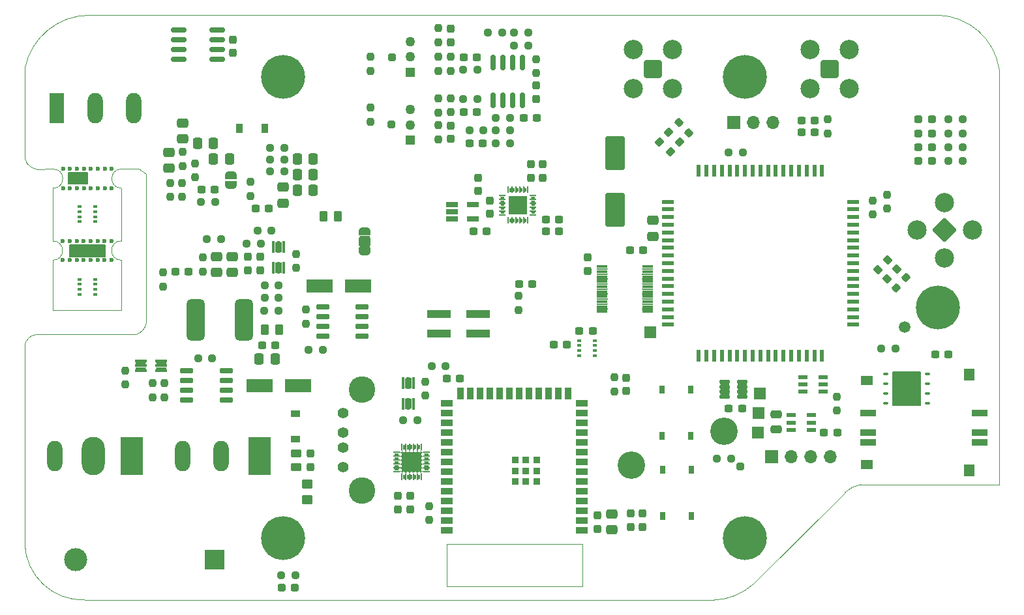
<source format=gbr>
%TF.GenerationSoftware,KiCad,Pcbnew,(6.0.9)*%
%TF.CreationDate,2022-11-23T10:46:28+02:00*%
%TF.ProjectId,Bird_detector_V1,42697264-5f64-4657-9465-63746f725f56,rev?*%
%TF.SameCoordinates,Original*%
%TF.FileFunction,Soldermask,Top*%
%TF.FilePolarity,Negative*%
%FSLAX46Y46*%
G04 Gerber Fmt 4.6, Leading zero omitted, Abs format (unit mm)*
G04 Created by KiCad (PCBNEW (6.0.9)) date 2022-11-23 10:46:28*
%MOMM*%
%LPD*%
G01*
G04 APERTURE LIST*
G04 Aperture macros list*
%AMRoundRect*
0 Rectangle with rounded corners*
0 $1 Rounding radius*
0 $2 $3 $4 $5 $6 $7 $8 $9 X,Y pos of 4 corners*
0 Add a 4 corners polygon primitive as box body*
4,1,4,$2,$3,$4,$5,$6,$7,$8,$9,$2,$3,0*
0 Add four circle primitives for the rounded corners*
1,1,$1+$1,$2,$3*
1,1,$1+$1,$4,$5*
1,1,$1+$1,$6,$7*
1,1,$1+$1,$8,$9*
0 Add four rect primitives between the rounded corners*
20,1,$1+$1,$2,$3,$4,$5,0*
20,1,$1+$1,$4,$5,$6,$7,0*
20,1,$1+$1,$6,$7,$8,$9,0*
20,1,$1+$1,$8,$9,$2,$3,0*%
%AMFreePoly0*
4,1,22,0.500000,-0.750000,0.000000,-0.750000,0.000000,-0.745033,-0.079941,-0.743568,-0.215256,-0.701293,-0.333266,-0.622738,-0.424486,-0.514219,-0.481581,-0.384460,-0.499164,-0.250000,-0.500000,-0.250000,-0.500000,0.250000,-0.499164,0.250000,-0.499963,0.256109,-0.478152,0.396186,-0.417904,0.524511,-0.324060,0.630769,-0.204165,0.706417,-0.067858,0.745374,0.000000,0.744959,0.000000,0.750000,
0.500000,0.750000,0.500000,-0.750000,0.500000,-0.750000,$1*%
%AMFreePoly1*
4,1,20,0.000000,0.744959,0.073905,0.744508,0.209726,0.703889,0.328688,0.626782,0.421226,0.519385,0.479903,0.390333,0.500000,0.250000,0.500000,-0.250000,0.499851,-0.262216,0.476331,-0.402017,0.414519,-0.529596,0.319384,-0.634700,0.198574,-0.708877,0.061801,-0.746166,0.000000,-0.745033,0.000000,-0.750000,-0.500000,-0.750000,-0.500000,0.750000,0.000000,0.750000,0.000000,0.744959,
0.000000,0.744959,$1*%
%AMFreePoly2*
4,1,22,0.550000,-0.750000,0.000000,-0.750000,0.000000,-0.745033,-0.079941,-0.743568,-0.215256,-0.701293,-0.333266,-0.622738,-0.424486,-0.514219,-0.481581,-0.384460,-0.499164,-0.250000,-0.500000,-0.250000,-0.500000,0.250000,-0.499164,0.250000,-0.499963,0.256109,-0.478152,0.396186,-0.417904,0.524511,-0.324060,0.630769,-0.204165,0.706417,-0.067858,0.745374,0.000000,0.744959,0.000000,0.750000,
0.550000,0.750000,0.550000,-0.750000,0.550000,-0.750000,$1*%
%AMFreePoly3*
4,1,20,0.000000,0.744959,0.073905,0.744508,0.209726,0.703889,0.328688,0.626782,0.421226,0.519385,0.479903,0.390333,0.500000,0.250000,0.500000,-0.250000,0.499851,-0.262216,0.476331,-0.402017,0.414519,-0.529596,0.319384,-0.634700,0.198574,-0.708877,0.061801,-0.746166,0.000000,-0.745033,0.000000,-0.750000,-0.550000,-0.750000,-0.550000,0.750000,0.000000,0.750000,0.000000,0.744959,
0.000000,0.744959,$1*%
G04 Aperture macros list end*
%ADD10C,0.150000*%
%TA.AperFunction,Profile*%
%ADD11C,0.100000*%
%TD*%
%TA.AperFunction,Profile*%
%ADD12C,0.120000*%
%TD*%
%ADD13R,0.500000X0.350000*%
%ADD14RoundRect,0.150000X-0.725000X-0.150000X0.725000X-0.150000X0.725000X0.150000X-0.725000X0.150000X0*%
%ADD15R,1.980000X3.960000*%
%ADD16O,1.980000X3.960000*%
%ADD17RoundRect,0.062500X-0.062500X0.350000X-0.062500X-0.350000X0.062500X-0.350000X0.062500X0.350000X0*%
%ADD18RoundRect,0.062500X-0.350000X0.062500X-0.350000X-0.062500X0.350000X-0.062500X0.350000X0.062500X0*%
%ADD19R,2.600000X2.600000*%
%ADD20RoundRect,0.150000X0.825000X0.150000X-0.825000X0.150000X-0.825000X-0.150000X0.825000X-0.150000X0*%
%ADD21RoundRect,0.237500X0.237500X-0.250000X0.237500X0.250000X-0.237500X0.250000X-0.237500X-0.250000X0*%
%ADD22RoundRect,0.237500X-0.300000X-0.237500X0.300000X-0.237500X0.300000X0.237500X-0.300000X0.237500X0*%
%ADD23RoundRect,0.237500X0.250000X0.237500X-0.250000X0.237500X-0.250000X-0.237500X0.250000X-0.237500X0*%
%ADD24RoundRect,0.237500X-0.237500X0.300000X-0.237500X-0.300000X0.237500X-0.300000X0.237500X0.300000X0*%
%ADD25RoundRect,0.237500X-0.237500X0.250000X-0.237500X-0.250000X0.237500X-0.250000X0.237500X0.250000X0*%
%ADD26RoundRect,0.237500X0.300000X0.237500X-0.300000X0.237500X-0.300000X-0.237500X0.300000X-0.237500X0*%
%ADD27R,1.500000X0.400000*%
%ADD28RoundRect,0.250000X0.450000X-0.262500X0.450000X0.262500X-0.450000X0.262500X-0.450000X-0.262500X0*%
%ADD29RoundRect,0.250000X1.000000X-1.950000X1.000000X1.950000X-1.000000X1.950000X-1.000000X-1.950000X0*%
%ADD30C,0.600000*%
%ADD31R,0.700000X1.000000*%
%ADD32RoundRect,0.250000X-0.337500X-0.475000X0.337500X-0.475000X0.337500X0.475000X-0.337500X0.475000X0*%
%ADD33R,1.600000X0.600000*%
%ADD34R,0.600000X1.600000*%
%ADD35RoundRect,0.237500X0.287500X0.237500X-0.287500X0.237500X-0.287500X-0.237500X0.287500X-0.237500X0*%
%ADD36RoundRect,0.250000X-0.250000X-0.250000X0.250000X-0.250000X0.250000X0.250000X-0.250000X0.250000X0*%
%ADD37R,0.400000X1.500000*%
%ADD38RoundRect,0.150000X-0.150000X0.825000X-0.150000X-0.825000X0.150000X-0.825000X0.150000X0.825000X0*%
%ADD39FreePoly0,90.000000*%
%ADD40FreePoly1,90.000000*%
%ADD41RoundRect,0.250000X-0.475000X0.337500X-0.475000X-0.337500X0.475000X-0.337500X0.475000X0.337500X0*%
%ADD42RoundRect,0.237500X-0.250000X-0.237500X0.250000X-0.237500X0.250000X0.237500X-0.250000X0.237500X0*%
%ADD43RoundRect,0.250000X0.475000X-0.250000X0.475000X0.250000X-0.475000X0.250000X-0.475000X-0.250000X0*%
%ADD44R,0.900000X1.200000*%
%ADD45R,3.150000X1.000000*%
%ADD46C,3.600000*%
%ADD47C,5.700000*%
%ADD48RoundRect,0.125000X0.537500X0.125000X-0.537500X0.125000X-0.537500X-0.125000X0.537500X-0.125000X0*%
%ADD49RoundRect,0.250000X0.475000X-0.337500X0.475000X0.337500X-0.475000X0.337500X-0.475000X-0.337500X0*%
%ADD50R,1.500000X1.500000*%
%ADD51RoundRect,0.237500X0.237500X-0.300000X0.237500X0.300000X-0.237500X0.300000X-0.237500X-0.300000X0*%
%ADD52RoundRect,0.200100X-0.949900X0.949900X-0.949900X-0.949900X0.949900X-0.949900X0.949900X0.949900X0*%
%ADD53C,2.500000*%
%ADD54RoundRect,0.237500X-0.237500X0.287500X-0.237500X-0.287500X0.237500X-0.287500X0.237500X0.287500X0*%
%ADD55R,1.560000X0.650000*%
%ADD56R,3.000000X5.000000*%
%ADD57O,3.000000X5.000000*%
%ADD58RoundRect,0.237500X0.237500X-0.287500X0.237500X0.287500X-0.237500X0.287500X-0.237500X-0.287500X0*%
%ADD59RoundRect,0.200100X1.343361X0.000000X0.000000X1.343361X-1.343361X0.000000X0.000000X-1.343361X0*%
%ADD60R,1.150000X0.600000*%
%ADD61RoundRect,0.200100X0.949900X-0.949900X0.949900X0.949900X-0.949900X0.949900X-0.949900X-0.949900X0*%
%ADD62C,1.500000*%
%ADD63RoundRect,0.100000X0.200000X0.100000X-0.200000X0.100000X-0.200000X-0.100000X0.200000X-0.100000X0*%
%ADD64R,1.700000X1.700000*%
%ADD65O,1.700000X1.700000*%
%ADD66R,1.275000X1.275000*%
%ADD67C,1.275000*%
%ADD68RoundRect,0.250000X0.262500X0.450000X-0.262500X0.450000X-0.262500X-0.450000X0.262500X-0.450000X0*%
%ADD69R,1.500000X0.900000*%
%ADD70R,0.900000X1.500000*%
%ADD71R,0.900000X0.900000*%
%ADD72RoundRect,0.237500X0.380070X-0.044194X-0.044194X0.380070X-0.380070X0.044194X0.044194X-0.380070X0*%
%ADD73RoundRect,0.237500X0.344715X-0.008839X-0.008839X0.344715X-0.344715X0.008839X0.008839X-0.344715X0*%
%ADD74RoundRect,0.237500X0.044194X0.380070X-0.380070X-0.044194X-0.044194X-0.380070X0.380070X0.044194X0*%
%ADD75RoundRect,0.250000X0.337500X0.475000X-0.337500X0.475000X-0.337500X-0.475000X0.337500X-0.475000X0*%
%ADD76RoundRect,0.250000X-0.262500X-0.450000X0.262500X-0.450000X0.262500X0.450000X-0.262500X0.450000X0*%
%ADD77C,1.400000*%
%ADD78C,3.450000*%
%ADD79R,3.500000X1.800000*%
%ADD80RoundRect,0.600000X-0.600000X-2.100000X0.600000X-2.100000X0.600000X2.100000X-0.600000X2.100000X0*%
%ADD81R,1.475000X0.450000*%
%ADD82R,1.200000X0.900000*%
%ADD83RoundRect,0.237500X-0.008839X-0.344715X0.344715X0.008839X0.008839X0.344715X-0.344715X-0.008839X0*%
%ADD84RoundRect,0.150000X0.725000X0.150000X-0.725000X0.150000X-0.725000X-0.150000X0.725000X-0.150000X0*%
%ADD85RoundRect,0.062500X0.062500X-0.325000X0.062500X0.325000X-0.062500X0.325000X-0.062500X-0.325000X0*%
%ADD86RoundRect,0.062500X0.325000X-0.062500X0.325000X0.062500X-0.325000X0.062500X-0.325000X-0.062500X0*%
%ADD87R,2.450000X2.450000*%
%ADD88FreePoly2,90.000000*%
%ADD89R,1.500000X1.000000*%
%ADD90FreePoly3,90.000000*%
%ADD91RoundRect,0.250000X-0.450000X0.350000X-0.450000X-0.350000X0.450000X-0.350000X0.450000X0.350000X0*%
%ADD92R,2.000000X0.900000*%
%ADD93R,1.500000X1.200000*%
%ADD94R,1.400000X1.500000*%
%ADD95C,3.000000*%
%ADD96R,2.500000X2.500000*%
%ADD97C,3.570000*%
G04 APERTURE END LIST*
D10*
X97383600Y-91897200D02*
X101904800Y-91897200D01*
X101904800Y-91897200D02*
X101904800Y-93370400D01*
X101904800Y-93370400D02*
X97383600Y-93370400D01*
X97383600Y-93370400D02*
X97383600Y-91897200D01*
G36*
X97383600Y-91897200D02*
G01*
X101904800Y-91897200D01*
X101904800Y-93370400D01*
X97383600Y-93370400D01*
X97383600Y-91897200D01*
G37*
X207721200Y-108381800D02*
X204165200Y-108381800D01*
X204165200Y-108381800D02*
X204165200Y-112725200D01*
X204165200Y-112725200D02*
X207721200Y-112725200D01*
X207721200Y-112725200D02*
X207721200Y-108381800D01*
G36*
X207721200Y-108381800D02*
G01*
X204165200Y-108381800D01*
X204165200Y-112725200D01*
X207721200Y-112725200D01*
X207721200Y-108381800D01*
G37*
X97180400Y-82499200D02*
X99618800Y-82499200D01*
X99618800Y-82499200D02*
X99618800Y-83870800D01*
X99618800Y-83870800D02*
X97180400Y-83870800D01*
X97180400Y-83870800D02*
X97180400Y-82499200D01*
G36*
X97180400Y-82499200D02*
G01*
X99618800Y-82499200D01*
X99618800Y-83870800D01*
X97180400Y-83870800D01*
X97180400Y-82499200D01*
G37*
D11*
X186000000Y-136000000D02*
X198000000Y-124000000D01*
X91500000Y-69000000D02*
X91500000Y-80000000D01*
X95151800Y-91338400D02*
X95177200Y-84491200D01*
X146253200Y-130683000D02*
X163855400Y-130683000D01*
X163855400Y-130683000D02*
X163855400Y-136220200D01*
X163855400Y-136220200D02*
X146253200Y-136220200D01*
X146253200Y-136220200D02*
X146253200Y-130683000D01*
X107289600Y-82600800D02*
X107289600Y-102000000D01*
X104021800Y-91333000D02*
X104047200Y-84485800D01*
X91500000Y-80000000D02*
G75*
G03*
X93000000Y-82000000I1750000J-250000D01*
G01*
X100000000Y-61999995D02*
G75*
G03*
X91500000Y-69000000I-78860J-8564955D01*
G01*
X95168400Y-100333800D02*
X104038400Y-100333800D01*
X91500000Y-130750000D02*
G75*
G03*
X99250000Y-138000000I7563800J318200D01*
G01*
X95151800Y-93838400D02*
X95168400Y-100333800D01*
X200000005Y-123000022D02*
G75*
G03*
X198000000Y-124000000I865995J-4232078D01*
G01*
X218000000Y-123000000D02*
X218000000Y-69000000D01*
X93000000Y-103500000D02*
X106000000Y-103500000D01*
X106324400Y-81985800D02*
X107289600Y-82600800D01*
X181000000Y-138000013D02*
G75*
G03*
X186000000Y-136000000I-247500J7868713D01*
G01*
X104047200Y-81985800D02*
X106324400Y-81985800D01*
X99250000Y-138000000D02*
X181000000Y-138000000D01*
X104021800Y-93833000D02*
X104038400Y-100333800D01*
X91500000Y-130750000D02*
X91500000Y-105000000D01*
X105999998Y-103499995D02*
G75*
G03*
X107289600Y-102000000I-654198J1866795D01*
G01*
X93000000Y-82000000D02*
X95177200Y-81991200D01*
X218000000Y-123000000D02*
X200000000Y-123000000D01*
X218000023Y-68999996D02*
G75*
G03*
X210000000Y-62000000I-8171123J-1267004D01*
G01*
X210000000Y-62000000D02*
X100000000Y-62000000D01*
X93000000Y-103500000D02*
G75*
G03*
X91500000Y-105000000I143800J-1643800D01*
G01*
D10*
X97383600Y-91897200D02*
X101904800Y-91897200D01*
X101904800Y-91897200D02*
X101904800Y-93370400D01*
X101904800Y-93370400D02*
X97383600Y-93370400D01*
X97383600Y-93370400D02*
X97383600Y-91897200D01*
G36*
X97383600Y-91897200D02*
G01*
X101904800Y-91897200D01*
X101904800Y-93370400D01*
X97383600Y-93370400D01*
X97383600Y-91897200D01*
G37*
X207721200Y-108381800D02*
X204165200Y-108381800D01*
X204165200Y-108381800D02*
X204165200Y-112725200D01*
X204165200Y-112725200D02*
X207721200Y-112725200D01*
X207721200Y-112725200D02*
X207721200Y-108381800D01*
G36*
X207721200Y-108381800D02*
G01*
X204165200Y-108381800D01*
X204165200Y-112725200D01*
X207721200Y-112725200D01*
X207721200Y-108381800D01*
G37*
X97180400Y-82499200D02*
X99618800Y-82499200D01*
X99618800Y-82499200D02*
X99618800Y-83870800D01*
X99618800Y-83870800D02*
X97180400Y-83870800D01*
X97180400Y-83870800D02*
X97180400Y-82499200D01*
G36*
X97180400Y-82499200D02*
G01*
X99618800Y-82499200D01*
X99618800Y-83870800D01*
X97180400Y-83870800D01*
X97180400Y-82499200D01*
G37*
D11*
X186000000Y-136000000D02*
X198000000Y-124000000D01*
X91500000Y-69000000D02*
X91500000Y-80000000D01*
X95151800Y-91338400D02*
X95177200Y-84491200D01*
X146253200Y-130683000D02*
X163855400Y-130683000D01*
X163855400Y-130683000D02*
X163855400Y-136220200D01*
X163855400Y-136220200D02*
X146253200Y-136220200D01*
X146253200Y-136220200D02*
X146253200Y-130683000D01*
X107289600Y-82600800D02*
X107289600Y-102000000D01*
X104021800Y-91333000D02*
X104047200Y-84485800D01*
X91500000Y-80000000D02*
G75*
G03*
X93000000Y-82000000I1750000J-250000D01*
G01*
X100000000Y-61999995D02*
G75*
G03*
X91500000Y-69000000I-78860J-8564955D01*
G01*
X95168400Y-100333800D02*
X104038400Y-100333800D01*
X91500000Y-130750000D02*
G75*
G03*
X99250000Y-138000000I7563800J318200D01*
G01*
X95151800Y-93838400D02*
X95168400Y-100333800D01*
X200000005Y-123000022D02*
G75*
G03*
X198000000Y-124000000I865995J-4232078D01*
G01*
X218000000Y-123000000D02*
X218000000Y-69000000D01*
X93000000Y-103500000D02*
X106000000Y-103500000D01*
X106324400Y-81985800D02*
X107289600Y-82600800D01*
X181000000Y-138000013D02*
G75*
G03*
X186000000Y-136000000I-247500J7868713D01*
G01*
X104047200Y-81985800D02*
X106324400Y-81985800D01*
X99250000Y-138000000D02*
X181000000Y-138000000D01*
X104021800Y-93833000D02*
X104038400Y-100333800D01*
X91500000Y-130750000D02*
X91500000Y-105000000D01*
X105999998Y-103499995D02*
G75*
G03*
X107289600Y-102000000I-654198J1866795D01*
G01*
X93000000Y-82000000D02*
X95177200Y-81991200D01*
X218000000Y-123000000D02*
X200000000Y-123000000D01*
X218000023Y-68999996D02*
G75*
G03*
X210000000Y-62000000I-8171123J-1267004D01*
G01*
X210000000Y-62000000D02*
X100000000Y-62000000D01*
X93000000Y-103500000D02*
G75*
G03*
X91500000Y-105000000I143800J-1643800D01*
G01*
D12*
%TO.C,FID11*%
X95151800Y-93838400D02*
G75*
G03*
X95151800Y-91338400I0J1250000D01*
G01*
X104021800Y-91333000D02*
G75*
G03*
X104021800Y-93833000I0J-1250000D01*
G01*
%TO.C,FID12*%
X104047200Y-81985800D02*
G75*
G03*
X104047200Y-84485800I0J-1250000D01*
G01*
X95177200Y-84491200D02*
G75*
G03*
X95177200Y-81991200I0J1250000D01*
G01*
%TD*%
D13*
%TO.C,U22*%
X100686984Y-86890784D03*
X100686984Y-87540784D03*
X100686984Y-88190784D03*
X100686984Y-88840784D03*
X98636984Y-88840784D03*
X98636984Y-88190784D03*
X98636984Y-87540784D03*
X98636984Y-86890784D03*
%TD*%
%TO.C,U20*%
X100648200Y-96327000D03*
X100648200Y-96977000D03*
X100648200Y-97627000D03*
X100648200Y-98277000D03*
X98598200Y-98277000D03*
X98598200Y-97627000D03*
X98598200Y-96977000D03*
X98598200Y-96327000D03*
%TD*%
D14*
%TO.C,Q11*%
X130165400Y-99921700D03*
X130165400Y-101191700D03*
X130165400Y-102461700D03*
X130165400Y-103731700D03*
X135315400Y-103731700D03*
X135315400Y-102461700D03*
X135315400Y-101191700D03*
X135315400Y-99921700D03*
%TD*%
D15*
%TO.C,J7*%
X95656400Y-74091800D03*
D16*
X100656400Y-74091800D03*
X105656400Y-74091800D03*
%TD*%
D17*
%TO.C,U2*%
X142956600Y-118128300D03*
X142456600Y-118128300D03*
X141956600Y-118128300D03*
X141456600Y-118128300D03*
X140956600Y-118128300D03*
X140456600Y-118128300D03*
D18*
X139769100Y-118815800D03*
X139769100Y-119315800D03*
X139769100Y-119815800D03*
X139769100Y-120315800D03*
X139769100Y-120815800D03*
X139769100Y-121315800D03*
D17*
X140456600Y-122003300D03*
X140956600Y-122003300D03*
X141456600Y-122003300D03*
X141956600Y-122003300D03*
X142456600Y-122003300D03*
X142956600Y-122003300D03*
D18*
X143644100Y-121315800D03*
X143644100Y-120815800D03*
X143644100Y-120315800D03*
X143644100Y-119815800D03*
X143644100Y-119315800D03*
X143644100Y-118815800D03*
D19*
X141706600Y-120065800D03*
%TD*%
D20*
%TO.C,U4*%
X116447996Y-67741800D03*
X116447996Y-66471800D03*
X116447996Y-65201800D03*
X116447996Y-63931800D03*
X111497996Y-63931800D03*
X111497996Y-65201800D03*
X111497996Y-66471800D03*
X111497996Y-67741800D03*
%TD*%
D21*
%TO.C,R51*%
X145161000Y-69215000D03*
X145161000Y-67390000D03*
%TD*%
D22*
%TO.C,C43*%
X209703500Y-106045000D03*
X211428500Y-106045000D03*
%TD*%
D23*
%TO.C,R5*%
X213256500Y-77343000D03*
X211431500Y-77343000D03*
%TD*%
D24*
%TO.C,C32*%
X171704000Y-126772500D03*
X171704000Y-128497500D03*
%TD*%
D21*
%TO.C,R34*%
X143510000Y-111427900D03*
X143510000Y-109602900D03*
%TD*%
D25*
%TO.C,R44*%
X146812000Y-72771000D03*
X146812000Y-74596000D03*
%TD*%
D26*
%TO.C,C1*%
X196975900Y-116281200D03*
X195250900Y-116281200D03*
%TD*%
D27*
%TO.C,Q12*%
X106560000Y-106904000D03*
X106560000Y-107554000D03*
X106560000Y-108204000D03*
X109220000Y-108204000D03*
X109220000Y-107554000D03*
X109220000Y-106904000D03*
%TD*%
D28*
%TO.C,R78*%
X126720600Y-120775100D03*
X126720600Y-118950100D03*
%TD*%
D25*
%TO.C,R13*%
X201549000Y-86082500D03*
X201549000Y-87907500D03*
%TD*%
D29*
%TO.C,C2*%
X168148000Y-87291400D03*
X168148000Y-79891400D03*
%TD*%
D30*
%TO.C,FID11*%
X98251800Y-91338400D03*
X100951800Y-91338400D03*
X100051800Y-93827600D03*
X100051800Y-91338400D03*
X102751800Y-91338400D03*
X96451800Y-91338400D03*
X100951800Y-93827600D03*
X97351800Y-91338400D03*
X99151800Y-93827600D03*
X102751800Y-93827600D03*
X96451800Y-93827600D03*
X97351800Y-93827600D03*
X101851800Y-91338400D03*
X98251800Y-93827600D03*
X99151800Y-91338400D03*
X101851800Y-93827600D03*
%TD*%
D31*
%TO.C,SW2*%
X174324400Y-121053600D03*
X174324400Y-127053600D03*
X178024400Y-127053600D03*
X178024400Y-121053600D03*
%TD*%
D23*
%TO.C,R60*%
X204493500Y-105333800D03*
X202668500Y-105333800D03*
%TD*%
D26*
%TO.C,C50*%
X124052500Y-104902000D03*
X122327500Y-104902000D03*
%TD*%
D32*
%TO.C,C63*%
X113897500Y-78663800D03*
X115972500Y-78663800D03*
%TD*%
D23*
%TO.C,R103*%
X154479000Y-76962000D03*
X152654000Y-76962000D03*
%TD*%
D30*
%TO.C,FID12*%
X101877200Y-84480400D03*
X98277200Y-84480400D03*
X97377200Y-81991200D03*
X99177200Y-84480400D03*
X99177200Y-81991200D03*
X100077200Y-81991200D03*
X97377200Y-84480400D03*
X98277200Y-81991200D03*
X102777200Y-81991200D03*
X100077200Y-84480400D03*
X96477200Y-81991200D03*
X102777200Y-84480400D03*
X101877200Y-81991200D03*
X100977200Y-84480400D03*
X96477200Y-84480400D03*
X100977200Y-81991200D03*
%TD*%
D33*
%TO.C,U1*%
X174994800Y-86234000D03*
X174994800Y-87234000D03*
X174994800Y-88234000D03*
X174994800Y-89234000D03*
X174994800Y-90234000D03*
X174994800Y-91234000D03*
X174994800Y-92234000D03*
X174994800Y-93234000D03*
X174994800Y-94234000D03*
X174994800Y-95234000D03*
X174994800Y-96234000D03*
X174994800Y-97234000D03*
X174994800Y-98234000D03*
X174994800Y-99234000D03*
X174994800Y-100234000D03*
X174994800Y-101234000D03*
X174994800Y-102234000D03*
D34*
X178994800Y-106234000D03*
X179994800Y-106234000D03*
X180994800Y-106234000D03*
X181994800Y-106234000D03*
X182994800Y-106234000D03*
X183994800Y-106234000D03*
X184994800Y-106234000D03*
X185994800Y-106234000D03*
X186994800Y-106234000D03*
X187994800Y-106234000D03*
X188994800Y-106234000D03*
X189994800Y-106234000D03*
X190994800Y-106234000D03*
X191994800Y-106234000D03*
X192994800Y-106234000D03*
X193994800Y-106234000D03*
X194994800Y-106234000D03*
D33*
X198994800Y-102234000D03*
X198994800Y-101234000D03*
X198994800Y-100234000D03*
X198994800Y-99234000D03*
X198994800Y-98234000D03*
X198994800Y-97234000D03*
X198994800Y-96234000D03*
X198994800Y-95234000D03*
X198994800Y-94234000D03*
X198994800Y-93234000D03*
X198994800Y-92234000D03*
X198994800Y-91234000D03*
X198994800Y-90234000D03*
X198994800Y-89234000D03*
X198994800Y-88234000D03*
X198994800Y-87234000D03*
X198994800Y-86234000D03*
D34*
X194994800Y-82234000D03*
X193994800Y-82234000D03*
X192994800Y-82234000D03*
X191994800Y-82234000D03*
X190994800Y-82234000D03*
X189994800Y-82234000D03*
X188994800Y-82234000D03*
X187994800Y-82234000D03*
X186994800Y-82234000D03*
X185994800Y-82234000D03*
X184994800Y-82234000D03*
X183994800Y-82234000D03*
X182994800Y-82234000D03*
X181994800Y-82234000D03*
X180994800Y-82234000D03*
X179994800Y-82234000D03*
X178994800Y-82234000D03*
%TD*%
D35*
%TO.C,D3*%
X209282000Y-79171800D03*
X207532000Y-79171800D03*
%TD*%
D25*
%TO.C,R106*%
X109601000Y-109831500D03*
X109601000Y-111656500D03*
%TD*%
D36*
%TO.C,J12*%
X139065000Y-76200000D03*
%TD*%
D37*
%TO.C,Q10*%
X123783500Y-94802000D03*
X124433500Y-94802000D03*
X125083500Y-94802000D03*
X125083500Y-92142000D03*
X124433500Y-92142000D03*
X123783500Y-92142000D03*
%TD*%
D38*
%TO.C,U7*%
X156083000Y-68137000D03*
X154813000Y-68137000D03*
X153543000Y-68137000D03*
X152273000Y-68137000D03*
X152273000Y-73087000D03*
X153543000Y-73087000D03*
X154813000Y-73087000D03*
X156083000Y-73087000D03*
%TD*%
D39*
%TO.C,JP6*%
X118237000Y-84063600D03*
D40*
X118237000Y-82763600D03*
%TD*%
D41*
%TO.C,C46*%
X118413700Y-93348900D03*
X118413700Y-95423900D03*
%TD*%
D25*
%TO.C,R47*%
X145161000Y-76280000D03*
X145161000Y-78105000D03*
%TD*%
D23*
%TO.C,R43*%
X150264500Y-72898000D03*
X148439500Y-72898000D03*
%TD*%
D21*
%TO.C,R82*%
X114604800Y-95298900D03*
X114604800Y-93473900D03*
%TD*%
D41*
%TO.C,C20*%
X167690800Y-126800700D03*
X167690800Y-128875700D03*
%TD*%
D42*
%TO.C,R40*%
X140641700Y-114604800D03*
X142466700Y-114604800D03*
%TD*%
D25*
%TO.C,R84*%
X128016000Y-100255700D03*
X128016000Y-102080700D03*
%TD*%
D43*
%TO.C,C9*%
X189026800Y-115808800D03*
X189026800Y-113908800D03*
%TD*%
D25*
%TO.C,R104*%
X104521000Y-108180500D03*
X104521000Y-110005500D03*
%TD*%
%TO.C,R90*%
X112014000Y-79759800D03*
X112014000Y-81584800D03*
%TD*%
D44*
%TO.C,D6*%
X119330200Y-76682600D03*
X122630200Y-76682600D03*
%TD*%
D45*
%TO.C,J18*%
X150353000Y-103378000D03*
X145303000Y-103378000D03*
X150353000Y-100838000D03*
X145303000Y-100838000D03*
%TD*%
D46*
%TO.C,H3*%
X210000000Y-100000000D03*
D47*
X210000000Y-100000000D03*
%TD*%
D48*
%TO.C,U13*%
X184652500Y-111592000D03*
X184652500Y-110942000D03*
X184652500Y-110292000D03*
X184652500Y-109642000D03*
X182377500Y-109642000D03*
X182377500Y-110292000D03*
X182377500Y-110942000D03*
X182377500Y-111592000D03*
%TD*%
D47*
%TO.C,H5*%
X125000000Y-70000000D03*
D46*
X125000000Y-70000000D03*
%TD*%
D21*
%TO.C,R57*%
X145161000Y-65532000D03*
X145161000Y-63707000D03*
%TD*%
D24*
%TO.C,C22*%
X118491000Y-65177500D03*
X118491000Y-66902500D03*
%TD*%
D26*
%TO.C,C11*%
X171779100Y-92506800D03*
X170054100Y-92506800D03*
%TD*%
%TO.C,C70*%
X160883600Y-88596300D03*
X159158600Y-88596300D03*
%TD*%
D36*
%TO.C,J17*%
X184404000Y-120650000D03*
%TD*%
D26*
%TO.C,C45*%
X112774900Y-95326200D03*
X111049900Y-95326200D03*
%TD*%
D23*
%TO.C,R71*%
X122120200Y-91694000D03*
X120295200Y-91694000D03*
%TD*%
D25*
%TO.C,R89*%
X113614200Y-81256500D03*
X113614200Y-83081500D03*
%TD*%
D49*
%TO.C,C65*%
X111988600Y-78075700D03*
X111988600Y-76000700D03*
%TD*%
D25*
%TO.C,R56*%
X136398000Y-67413500D03*
X136398000Y-69238500D03*
%TD*%
D42*
%TO.C,R48*%
X155043500Y-65913000D03*
X156868500Y-65913000D03*
%TD*%
D50*
%TO.C,TP3*%
X186740800Y-113690400D03*
%TD*%
D49*
%TO.C,C47*%
X116382800Y-95423900D03*
X116382800Y-93348900D03*
%TD*%
D51*
%TO.C,C72*%
X157200600Y-83108800D03*
X157200600Y-81383800D03*
%TD*%
D42*
%TO.C,R64*%
X124792100Y-134772400D03*
X126617100Y-134772400D03*
%TD*%
D52*
%TO.C,J4*%
X196000000Y-69000000D03*
D53*
X193460000Y-66460000D03*
X198540000Y-66460000D03*
X198540000Y-71540000D03*
X193460000Y-71540000D03*
%TD*%
D35*
%TO.C,D14*%
X126579600Y-136423400D03*
X124829600Y-136423400D03*
%TD*%
D54*
%TO.C,D19*%
X169570400Y-109107000D03*
X169570400Y-110857000D03*
%TD*%
D23*
%TO.C,R17*%
X213256500Y-80924400D03*
X211431500Y-80924400D03*
%TD*%
D42*
%TO.C,R59*%
X149225000Y-76962000D03*
X151050000Y-76962000D03*
%TD*%
D23*
%TO.C,R52*%
X150264500Y-69088000D03*
X148439500Y-69088000D03*
%TD*%
D13*
%TO.C,U5*%
X165515400Y-104266800D03*
X165515400Y-104916800D03*
X165515400Y-105566800D03*
X165515400Y-106216800D03*
X163465400Y-106216800D03*
X163465400Y-105566800D03*
X163465400Y-104916800D03*
X163465400Y-104266800D03*
%TD*%
D23*
%TO.C,R7*%
X213256500Y-79146400D03*
X211431500Y-79146400D03*
%TD*%
D55*
%TO.C,U11*%
X146935200Y-86578400D03*
X146935200Y-87528400D03*
X146935200Y-88478400D03*
X149635200Y-88478400D03*
X149635200Y-86578400D03*
%TD*%
D25*
%TO.C,R30*%
X143992600Y-125782700D03*
X143992600Y-127607700D03*
%TD*%
D26*
%TO.C,C77*%
X161898500Y-104851200D03*
X160173500Y-104851200D03*
%TD*%
D23*
%TO.C,R6*%
X213256500Y-75539600D03*
X211431500Y-75539600D03*
%TD*%
D56*
%TO.C,J14*%
X105410000Y-119278400D03*
D57*
X100410000Y-119278400D03*
D16*
X95410000Y-119278400D03*
%TD*%
D23*
%TO.C,R54*%
X154479000Y-78613000D03*
X152654000Y-78613000D03*
%TD*%
D35*
%TO.C,D2*%
X209282000Y-75539600D03*
X207532000Y-75539600D03*
%TD*%
D25*
%TO.C,R109*%
X155600400Y-98503100D03*
X155600400Y-100328100D03*
%TD*%
D21*
%TO.C,R98*%
X168046400Y-110894500D03*
X168046400Y-109069500D03*
%TD*%
D58*
%TO.C,D15*%
X120446800Y-95159800D03*
X120446800Y-93409800D03*
%TD*%
D22*
%TO.C,C66*%
X114428100Y-84632800D03*
X116153100Y-84632800D03*
%TD*%
D59*
%TO.C,J5*%
X210896200Y-89941400D03*
D53*
X210896200Y-86349298D03*
X214488302Y-89941400D03*
X210896200Y-93533502D03*
X207304098Y-89941400D03*
%TD*%
D25*
%TO.C,R93*%
X109474000Y-95455100D03*
X109474000Y-97280100D03*
%TD*%
D23*
%TO.C,R73*%
X124457000Y-97129600D03*
X122632000Y-97129600D03*
%TD*%
D24*
%TO.C,C39*%
X151892000Y-86107100D03*
X151892000Y-87832100D03*
%TD*%
D23*
%TO.C,R69*%
X124406200Y-100431600D03*
X122581200Y-100431600D03*
%TD*%
D21*
%TO.C,R24*%
X195707000Y-77366500D03*
X195707000Y-75541500D03*
%TD*%
D60*
%TO.C,D5*%
X192502000Y-109032000D03*
X192502000Y-109982000D03*
X192502000Y-110932000D03*
X195102000Y-110932000D03*
X195102000Y-109982000D03*
X195102000Y-109032000D03*
%TD*%
D24*
%TO.C,C28*%
X157861000Y-71146500D03*
X157861000Y-72871500D03*
%TD*%
D51*
%TO.C,C55*%
X128574800Y-120699700D03*
X128574800Y-118974700D03*
%TD*%
D25*
%TO.C,R12*%
X203454000Y-85320500D03*
X203454000Y-87145500D03*
%TD*%
D61*
%TO.C,J2*%
X173000000Y-69000000D03*
D53*
X175540000Y-66460000D03*
X170460000Y-66460000D03*
X175540000Y-71540000D03*
X170460000Y-71540000D03*
%TD*%
D26*
%TO.C,C61*%
X123163500Y-87122000D03*
X121438500Y-87122000D03*
%TD*%
D50*
%TO.C,TP4*%
X186944000Y-111125000D03*
%TD*%
D62*
%TO.C,FID1*%
X205740000Y-102539800D03*
%TD*%
D63*
%TO.C,U21*%
X208640000Y-112440800D03*
X208640000Y-111170800D03*
X208640000Y-109900800D03*
X208640000Y-108630800D03*
X203240000Y-108630800D03*
X203240000Y-109900800D03*
X203240000Y-111170800D03*
X203240000Y-112440800D03*
%TD*%
D21*
%TO.C,R53*%
X146812000Y-69238500D03*
X146812000Y-67413500D03*
%TD*%
D26*
%TO.C,C12*%
X194056000Y-77216000D03*
X192331000Y-77216000D03*
%TD*%
D31*
%TO.C,SW1*%
X177922800Y-110639600D03*
X177922800Y-116639600D03*
X174222800Y-116639600D03*
X174222800Y-110639600D03*
%TD*%
D25*
%TO.C,R42*%
X145161000Y-72851000D03*
X145161000Y-74676000D03*
%TD*%
D42*
%TO.C,R50*%
X151614500Y-64262000D03*
X153439500Y-64262000D03*
%TD*%
D47*
%TO.C,H1*%
X125000000Y-130000000D03*
D46*
X125000000Y-130000000D03*
%TD*%
D64*
%TO.C,JP1*%
X183504600Y-75946000D03*
D65*
X186044600Y-75946000D03*
X188584600Y-75946000D03*
%TD*%
D22*
%TO.C,C53*%
X182881100Y-113131600D03*
X184606100Y-113131600D03*
%TD*%
D66*
%TO.C,J9*%
X141579600Y-69418200D03*
D67*
X141579600Y-67418200D03*
X141579600Y-65418200D03*
%TD*%
D68*
%TO.C,R81*%
X132103500Y-88138000D03*
X130278500Y-88138000D03*
%TD*%
D69*
%TO.C,U3*%
X163817000Y-128946800D03*
X163817000Y-127676800D03*
X163817000Y-126406800D03*
X163817000Y-125136800D03*
X163817000Y-123866800D03*
X163817000Y-122596800D03*
X163817000Y-121326800D03*
X163817000Y-120056800D03*
X163817000Y-118786800D03*
X163817000Y-117516800D03*
X163817000Y-116246800D03*
X163817000Y-114976800D03*
X163817000Y-113706800D03*
X163817000Y-112436800D03*
D70*
X162052000Y-111186800D03*
X160782000Y-111186800D03*
X159512000Y-111186800D03*
X158242000Y-111186800D03*
X156972000Y-111186800D03*
X155702000Y-111186800D03*
X154432000Y-111186800D03*
X153162000Y-111186800D03*
X151892000Y-111186800D03*
X150622000Y-111186800D03*
X149352000Y-111186800D03*
X148082000Y-111186800D03*
D69*
X146317000Y-112436800D03*
X146317000Y-113706800D03*
X146317000Y-114976800D03*
X146317000Y-116246800D03*
X146317000Y-117516800D03*
X146317000Y-118786800D03*
X146317000Y-120056800D03*
X146317000Y-121326800D03*
X146317000Y-122596800D03*
X146317000Y-123866800D03*
X146317000Y-125136800D03*
X146317000Y-126406800D03*
X146317000Y-127676800D03*
X146317000Y-128946800D03*
D71*
X155167000Y-122626800D03*
X157967000Y-121226800D03*
X156567000Y-122626800D03*
X155167000Y-121226800D03*
X156567000Y-119826800D03*
X157967000Y-122626800D03*
X155167000Y-119826800D03*
X157967000Y-119826800D03*
X156567000Y-121226800D03*
%TD*%
D72*
%TO.C,C15*%
X204724000Y-94996000D03*
X203504240Y-93776240D03*
%TD*%
D23*
%TO.C,R72*%
X124457000Y-98755200D03*
X122632000Y-98755200D03*
%TD*%
D73*
%TO.C,R23*%
X177734035Y-77277035D03*
X176443565Y-75986565D03*
%TD*%
D74*
%TO.C,C7*%
X176504880Y-78511120D03*
X175285120Y-79730880D03*
%TD*%
D42*
%TO.C,R102*%
X152654000Y-75311000D03*
X154479000Y-75311000D03*
%TD*%
D23*
%TO.C,R86*%
X125194700Y-79248000D03*
X123369700Y-79248000D03*
%TD*%
D75*
%TO.C,C49*%
X123973500Y-106680000D03*
X121898500Y-106680000D03*
%TD*%
D76*
%TO.C,R62*%
X122657400Y-102895400D03*
X124482400Y-102895400D03*
%TD*%
D51*
%TO.C,C42*%
X150317200Y-84834900D03*
X150317200Y-83109900D03*
%TD*%
D42*
%TO.C,R20*%
X182856500Y-79806800D03*
X184681500Y-79806800D03*
%TD*%
D32*
%TO.C,C59*%
X126851500Y-80695800D03*
X128926500Y-80695800D03*
%TD*%
D77*
%TO.C,J13*%
X132838500Y-120721000D03*
X132838500Y-118221000D03*
X132838500Y-116221000D03*
X132838500Y-113721000D03*
D78*
X135238500Y-123791000D03*
X135238500Y-110651000D03*
%TD*%
D23*
%TO.C,R58*%
X156868500Y-64262000D03*
X155043500Y-64262000D03*
%TD*%
D24*
%TO.C,C23*%
X170180000Y-126772500D03*
X170180000Y-128497500D03*
%TD*%
D47*
%TO.C,H4*%
X185000000Y-70000000D03*
D46*
X185000000Y-70000000D03*
%TD*%
D23*
%TO.C,R66*%
X115824000Y-106603800D03*
X113999000Y-106603800D03*
%TD*%
D42*
%TO.C,R75*%
X121718700Y-89966800D03*
X123543700Y-89966800D03*
%TD*%
D79*
%TO.C,D18*%
X126985400Y-110109000D03*
X121985400Y-110109000D03*
%TD*%
D22*
%TO.C,C69*%
X159158600Y-90120300D03*
X160883600Y-90120300D03*
%TD*%
D25*
%TO.C,R92*%
X111887000Y-83796500D03*
X111887000Y-85621500D03*
%TD*%
D80*
%TO.C,L1*%
X113712300Y-101573500D03*
X119912300Y-101573500D03*
%TD*%
D22*
%TO.C,C26*%
X163506300Y-102997000D03*
X165231300Y-102997000D03*
%TD*%
D35*
%TO.C,D1*%
X209282000Y-77343000D03*
X207532000Y-77343000D03*
%TD*%
D26*
%TO.C,C33*%
X150976500Y-78613000D03*
X149251500Y-78613000D03*
%TD*%
D81*
%TO.C,IC1*%
X166454600Y-94687200D03*
X166454600Y-95337200D03*
X166454600Y-95987200D03*
X166454600Y-96637200D03*
X166454600Y-97287200D03*
X166454600Y-97937200D03*
X166454600Y-98587200D03*
X166454600Y-99237200D03*
X166454600Y-99887200D03*
X166454600Y-100537200D03*
X172330600Y-100537200D03*
X172330600Y-99887200D03*
X172330600Y-99237200D03*
X172330600Y-98587200D03*
X172330600Y-97937200D03*
X172330600Y-97287200D03*
X172330600Y-96637200D03*
X172330600Y-95987200D03*
X172330600Y-95337200D03*
X172330600Y-94687200D03*
%TD*%
D82*
%TO.C,D13*%
X126619000Y-113793000D03*
X126619000Y-117093000D03*
%TD*%
D42*
%TO.C,R91*%
X114378100Y-86283800D03*
X116203100Y-86283800D03*
%TD*%
D22*
%TO.C,C29*%
X155652300Y-96977200D03*
X157377300Y-96977200D03*
%TD*%
D51*
%TO.C,C81*%
X164592000Y-95223500D03*
X164592000Y-93498500D03*
%TD*%
D42*
%TO.C,R88*%
X123344300Y-82296000D03*
X125169300Y-82296000D03*
%TD*%
D24*
%TO.C,C71*%
X158724600Y-81383800D03*
X158724600Y-83108800D03*
%TD*%
D41*
%TO.C,C64*%
X110236000Y-79836100D03*
X110236000Y-81911100D03*
%TD*%
D32*
%TO.C,C58*%
X126852600Y-82719200D03*
X128927600Y-82719200D03*
%TD*%
D25*
%TO.C,R87*%
X120777000Y-83669500D03*
X120777000Y-85494500D03*
%TD*%
D83*
%TO.C,R25*%
X204586765Y-97419235D03*
X205877235Y-96128765D03*
%TD*%
D22*
%TO.C,C79*%
X156236500Y-75311000D03*
X157961500Y-75311000D03*
%TD*%
D25*
%TO.C,R105*%
X108077000Y-109808000D03*
X108077000Y-111633000D03*
%TD*%
D21*
%TO.C,R55*%
X136398000Y-75842500D03*
X136398000Y-74017500D03*
%TD*%
%TO.C,R99*%
X110363000Y-85621500D03*
X110363000Y-83796500D03*
%TD*%
D60*
%TO.C,D7*%
X193578000Y-115885000D03*
X193578000Y-114935000D03*
X193578000Y-113985000D03*
X190978000Y-113985000D03*
X190978000Y-114935000D03*
X190978000Y-115885000D03*
%TD*%
D21*
%TO.C,R22*%
X196951600Y-113383700D03*
X196951600Y-111558700D03*
%TD*%
D24*
%TO.C,C21*%
X165862000Y-127026500D03*
X165862000Y-128751500D03*
%TD*%
D36*
%TO.C,J16*%
X139192000Y-67437000D03*
%TD*%
D23*
%TO.C,R85*%
X125194700Y-80772000D03*
X123369700Y-80772000D03*
%TD*%
D26*
%TO.C,C73*%
X150214500Y-67437000D03*
X148489500Y-67437000D03*
%TD*%
D58*
%TO.C,D8*%
X141503400Y-126224000D03*
X141503400Y-124474000D03*
%TD*%
D56*
%TO.C,J11*%
X121996200Y-119303800D03*
D16*
X116996200Y-119303800D03*
X111996200Y-119303800D03*
%TD*%
D75*
%TO.C,C62*%
X118055300Y-80721200D03*
X115980300Y-80721200D03*
%TD*%
D58*
%TO.C,D9*%
X139903200Y-126224000D03*
X139903200Y-124474000D03*
%TD*%
D72*
%TO.C,C14*%
X203454000Y-96266000D03*
X202234240Y-95046240D03*
%TD*%
D23*
%TO.C,R83*%
X130198500Y-105458900D03*
X128373500Y-105458900D03*
%TD*%
%TO.C,R41*%
X146124300Y-107645200D03*
X144299300Y-107645200D03*
%TD*%
D32*
%TO.C,C60*%
X126851500Y-84734400D03*
X128926500Y-84734400D03*
%TD*%
D23*
%TO.C,R65*%
X116990500Y-91059000D03*
X115165500Y-91059000D03*
%TD*%
D74*
%TO.C,C8*%
X175107880Y-77241120D03*
X173888120Y-78460880D03*
%TD*%
D51*
%TO.C,C30*%
X146812000Y-65505500D03*
X146812000Y-63780500D03*
%TD*%
D84*
%TO.C,Q8*%
X117687800Y-111988600D03*
X117687800Y-110718600D03*
X117687800Y-109448600D03*
X117687800Y-108178600D03*
X112537800Y-108178600D03*
X112537800Y-109448600D03*
X112537800Y-110718600D03*
X112537800Y-111988600D03*
%TD*%
D25*
%TO.C,R45*%
X157861000Y-67691000D03*
X157861000Y-69516000D03*
%TD*%
D79*
%TO.C,D10*%
X129797800Y-97155000D03*
X134797800Y-97155000D03*
%TD*%
D50*
%TO.C,TP1*%
X186690000Y-116281200D03*
%TD*%
D49*
%TO.C,C57*%
X124993400Y-86432300D03*
X124993400Y-84357300D03*
%TD*%
D23*
%TO.C,R27*%
X183157500Y-119634000D03*
X181332500Y-119634000D03*
%TD*%
D85*
%TO.C,U8*%
X154248800Y-88678800D03*
X154748800Y-88678800D03*
X155248800Y-88678800D03*
X155748800Y-88678800D03*
X156248800Y-88678800D03*
X156748800Y-88678800D03*
D86*
X157486300Y-87941300D03*
X157486300Y-87441300D03*
X157486300Y-86941300D03*
X157486300Y-86441300D03*
X157486300Y-85941300D03*
X157486300Y-85441300D03*
D85*
X156748800Y-84703800D03*
X156248800Y-84703800D03*
X155748800Y-84703800D03*
X155248800Y-84703800D03*
X154748800Y-84703800D03*
X154248800Y-84703800D03*
D86*
X153511300Y-85441300D03*
X153511300Y-85941300D03*
X153511300Y-86441300D03*
X153511300Y-86941300D03*
X153511300Y-87441300D03*
X153511300Y-87941300D03*
D87*
X155498800Y-86691300D03*
%TD*%
D25*
%TO.C,R74*%
X126746000Y-93042100D03*
X126746000Y-94867100D03*
%TD*%
D49*
%TO.C,C3*%
X173075600Y-90750300D03*
X173075600Y-88675300D03*
%TD*%
D47*
%TO.C,H2*%
X185000000Y-130000000D03*
D46*
X185000000Y-130000000D03*
%TD*%
D88*
%TO.C,JP5*%
X135636000Y-92714600D03*
D89*
X135636000Y-91414600D03*
D90*
X135636000Y-90114600D03*
%TD*%
D24*
%TO.C,C27*%
X146812000Y-76353500D03*
X146812000Y-78078500D03*
%TD*%
D66*
%TO.C,J8*%
X141579600Y-78257400D03*
D67*
X141579600Y-76257400D03*
X141579600Y-74257400D03*
%TD*%
D91*
%TO.C,FB2*%
X128143000Y-122926600D03*
X128143000Y-124926600D03*
%TD*%
D92*
%TO.C,J1*%
X201012400Y-117505000D03*
X201012400Y-116265000D03*
X201012400Y-113725000D03*
X215486400Y-117505000D03*
X215486400Y-116265000D03*
X215486400Y-113725000D03*
D93*
X200782400Y-120360000D03*
X200782400Y-109510000D03*
D94*
X214092400Y-121195000D03*
X214092400Y-108675000D03*
%TD*%
D22*
%TO.C,C41*%
X149759500Y-90120300D03*
X151484500Y-90120300D03*
%TD*%
D26*
%TO.C,C13*%
X194056000Y-75692000D03*
X192331000Y-75692000D03*
%TD*%
%TO.C,C68*%
X150214500Y-74549000D03*
X148489500Y-74549000D03*
%TD*%
D64*
%TO.C,J3*%
X188468000Y-119380000D03*
D65*
X191008000Y-119380000D03*
X193548000Y-119380000D03*
X196088000Y-119380000D03*
%TD*%
D22*
%TO.C,C25*%
X146254300Y-109194600D03*
X147979300Y-109194600D03*
%TD*%
D58*
%TO.C,D16*%
X122045900Y-95173800D03*
X122045900Y-93423800D03*
%TD*%
D50*
%TO.C,TP2*%
X172694600Y-103225600D03*
%TD*%
D35*
%TO.C,D4*%
X209282000Y-80949800D03*
X207532000Y-80949800D03*
%TD*%
D37*
%TO.C,Q6*%
X140624800Y-112480400D03*
X141274800Y-112480400D03*
X141924800Y-112480400D03*
X141924800Y-109820400D03*
X141274800Y-109820400D03*
X140624800Y-109820400D03*
%TD*%
D95*
%TO.C,C82*%
X98137200Y-132791200D03*
D96*
X116137200Y-132791200D03*
%TD*%
D97*
%TO.C,J6*%
X170216399Y-120488028D03*
X182244465Y-116110171D03*
%TD*%
G36*
X140833229Y-121664559D02*
G01*
X140833600Y-121665719D01*
X140833600Y-122340894D01*
X140832600Y-122342626D01*
X140830600Y-122342626D01*
X140829828Y-122341821D01*
X140796850Y-122278777D01*
X140735442Y-122243807D01*
X140664877Y-122247590D01*
X140607511Y-122288957D01*
X140583419Y-122341712D01*
X140581790Y-122342872D01*
X140579971Y-122342041D01*
X140579600Y-122340881D01*
X140579600Y-121665706D01*
X140580600Y-121663974D01*
X140582600Y-121663974D01*
X140583372Y-121664779D01*
X140616350Y-121727823D01*
X140677758Y-121762793D01*
X140748323Y-121759010D01*
X140805689Y-121717643D01*
X140829781Y-121664888D01*
X140831410Y-121663728D01*
X140833229Y-121664559D01*
G37*
G36*
X141333229Y-121664559D02*
G01*
X141333600Y-121665719D01*
X141333600Y-122340894D01*
X141332600Y-122342626D01*
X141330600Y-122342626D01*
X141329828Y-122341821D01*
X141296850Y-122278777D01*
X141235442Y-122243807D01*
X141164877Y-122247590D01*
X141107511Y-122288957D01*
X141083419Y-122341712D01*
X141081790Y-122342872D01*
X141079971Y-122342041D01*
X141079600Y-122340881D01*
X141079600Y-121665706D01*
X141080600Y-121663974D01*
X141082600Y-121663974D01*
X141083372Y-121664779D01*
X141116350Y-121727823D01*
X141177758Y-121762793D01*
X141248323Y-121759010D01*
X141305689Y-121717643D01*
X141329781Y-121664888D01*
X141331410Y-121663728D01*
X141333229Y-121664559D01*
G37*
G36*
X142833229Y-121664559D02*
G01*
X142833600Y-121665719D01*
X142833600Y-122340894D01*
X142832600Y-122342626D01*
X142830600Y-122342626D01*
X142829828Y-122341821D01*
X142796850Y-122278777D01*
X142735442Y-122243807D01*
X142664877Y-122247590D01*
X142607511Y-122288957D01*
X142583419Y-122341712D01*
X142581790Y-122342872D01*
X142579971Y-122342041D01*
X142579600Y-122340881D01*
X142579600Y-121665706D01*
X142580600Y-121663974D01*
X142582600Y-121663974D01*
X142583372Y-121664779D01*
X142616350Y-121727823D01*
X142677758Y-121762793D01*
X142748323Y-121759010D01*
X142805689Y-121717643D01*
X142829781Y-121664888D01*
X142831410Y-121663728D01*
X142833229Y-121664559D01*
G37*
G36*
X141833229Y-121664559D02*
G01*
X141833600Y-121665719D01*
X141833600Y-122340894D01*
X141832600Y-122342626D01*
X141830600Y-122342626D01*
X141829828Y-122341821D01*
X141796850Y-122278777D01*
X141735442Y-122243807D01*
X141664877Y-122247590D01*
X141607511Y-122288957D01*
X141583419Y-122341712D01*
X141581790Y-122342872D01*
X141579971Y-122342041D01*
X141579600Y-122340881D01*
X141579600Y-121665706D01*
X141580600Y-121663974D01*
X141582600Y-121663974D01*
X141583372Y-121664779D01*
X141616350Y-121727823D01*
X141677758Y-121762793D01*
X141748323Y-121759010D01*
X141805689Y-121717643D01*
X141829781Y-121664888D01*
X141831410Y-121663728D01*
X141833229Y-121664559D01*
G37*
G36*
X142333229Y-121664559D02*
G01*
X142333600Y-121665719D01*
X142333600Y-122340894D01*
X142332600Y-122342626D01*
X142330600Y-122342626D01*
X142329828Y-122341821D01*
X142296850Y-122278777D01*
X142235442Y-122243807D01*
X142164877Y-122247590D01*
X142107511Y-122288957D01*
X142083419Y-122341712D01*
X142081790Y-122342872D01*
X142079971Y-122342041D01*
X142079600Y-122340881D01*
X142079600Y-121665706D01*
X142080600Y-121663974D01*
X142082600Y-121663974D01*
X142083372Y-121664779D01*
X142116350Y-121727823D01*
X142177758Y-121762793D01*
X142248323Y-121759010D01*
X142305689Y-121717643D01*
X142329781Y-121664888D01*
X142331410Y-121663728D01*
X142333229Y-121664559D01*
G37*
G36*
X141616790Y-121364800D02*
G01*
X141616790Y-121366800D01*
X141615621Y-121367719D01*
X141547255Y-121387793D01*
X141500978Y-121441201D01*
X141490921Y-121511149D01*
X141520344Y-121575575D01*
X141540407Y-121593275D01*
X141541044Y-121595171D01*
X141539721Y-121596671D01*
X141538694Y-121596737D01*
X141518901Y-121592800D01*
X141394299Y-121592800D01*
X141372886Y-121597060D01*
X141370992Y-121596417D01*
X141370602Y-121594455D01*
X141370961Y-121593815D01*
X141413133Y-121543354D01*
X141421942Y-121473241D01*
X141391444Y-121409494D01*
X141331185Y-121372269D01*
X141298008Y-121367800D01*
X141115346Y-121367800D01*
X141047255Y-121387793D01*
X141000979Y-121441199D01*
X140990921Y-121511148D01*
X141020344Y-121575574D01*
X141040407Y-121593275D01*
X141041044Y-121595171D01*
X141039721Y-121596671D01*
X141038694Y-121596737D01*
X141018901Y-121592800D01*
X140894299Y-121592800D01*
X140872886Y-121597060D01*
X140870992Y-121596417D01*
X140870602Y-121594455D01*
X140870961Y-121593815D01*
X140913133Y-121543354D01*
X140921942Y-121473241D01*
X140891444Y-121409494D01*
X140831185Y-121372269D01*
X140798008Y-121367800D01*
X140615346Y-121367800D01*
X140547255Y-121387793D01*
X140500979Y-121441199D01*
X140490921Y-121511148D01*
X140520344Y-121575574D01*
X140540407Y-121593275D01*
X140541044Y-121595171D01*
X140539721Y-121596671D01*
X140538694Y-121596737D01*
X140518901Y-121592800D01*
X140394299Y-121592800D01*
X140376850Y-121596271D01*
X140374956Y-121595628D01*
X140374566Y-121593666D01*
X140375349Y-121592646D01*
X140377917Y-121590930D01*
X140378101Y-121590821D01*
X140429816Y-121563768D01*
X140464785Y-121502359D01*
X140461001Y-121431795D01*
X140419514Y-121374263D01*
X140412426Y-121369152D01*
X140409898Y-121367463D01*
X140409013Y-121365669D01*
X140410124Y-121364006D01*
X140411009Y-121363800D01*
X141615058Y-121363800D01*
X141616790Y-121364800D01*
G37*
G36*
X142616787Y-121364800D02*
G01*
X142616787Y-121366800D01*
X142615618Y-121367719D01*
X142547254Y-121387792D01*
X142500978Y-121441198D01*
X142490920Y-121511147D01*
X142520343Y-121575573D01*
X142540408Y-121593276D01*
X142541045Y-121595172D01*
X142539722Y-121596672D01*
X142538695Y-121596738D01*
X142518901Y-121592800D01*
X142394299Y-121592800D01*
X142372885Y-121597060D01*
X142370991Y-121596417D01*
X142370601Y-121594455D01*
X142370960Y-121593815D01*
X142413134Y-121543352D01*
X142421943Y-121473239D01*
X142391445Y-121409493D01*
X142331185Y-121372267D01*
X142297882Y-121367782D01*
X142296299Y-121366560D01*
X142296566Y-121364578D01*
X142298149Y-121363800D01*
X142615055Y-121363800D01*
X142616787Y-121364800D01*
G37*
G36*
X142116787Y-121364800D02*
G01*
X142116787Y-121366800D01*
X142115618Y-121367719D01*
X142047254Y-121387792D01*
X142000978Y-121441198D01*
X141990920Y-121511147D01*
X142020343Y-121575573D01*
X142040408Y-121593276D01*
X142041045Y-121595172D01*
X142039722Y-121596672D01*
X142038695Y-121596738D01*
X142018901Y-121592800D01*
X141894299Y-121592800D01*
X141872886Y-121597060D01*
X141870992Y-121596417D01*
X141870602Y-121594455D01*
X141870961Y-121593815D01*
X141913134Y-121543351D01*
X141921941Y-121473237D01*
X141891443Y-121409491D01*
X141831182Y-121372267D01*
X141797880Y-121367782D01*
X141796297Y-121366560D01*
X141796564Y-121364578D01*
X141798147Y-121363800D01*
X142115055Y-121363800D01*
X142116787Y-121364800D01*
G37*
G36*
X143003923Y-121364800D02*
G01*
X143003923Y-121366800D01*
X143003302Y-121367463D01*
X143000986Y-121369010D01*
X142955476Y-121423467D01*
X142946669Y-121493581D01*
X142977168Y-121557326D01*
X143032616Y-121591578D01*
X143033564Y-121593339D01*
X143032513Y-121595041D01*
X143031175Y-121595242D01*
X143018901Y-121592800D01*
X142894299Y-121592800D01*
X142872885Y-121597060D01*
X142870991Y-121596417D01*
X142870601Y-121594455D01*
X142870960Y-121593815D01*
X142913134Y-121543352D01*
X142921943Y-121473239D01*
X142891445Y-121409493D01*
X142831185Y-121372267D01*
X142797882Y-121367782D01*
X142796299Y-121366560D01*
X142796566Y-121364578D01*
X142798149Y-121363800D01*
X143002191Y-121363800D01*
X143003923Y-121364800D01*
G37*
G36*
X143008519Y-121156779D02*
G01*
X143028593Y-121225145D01*
X143081999Y-121271421D01*
X143151948Y-121281479D01*
X143216374Y-121252056D01*
X143234075Y-121231993D01*
X143235971Y-121231356D01*
X143237471Y-121232679D01*
X143237537Y-121233706D01*
X143233600Y-121253499D01*
X143233600Y-121378101D01*
X143237071Y-121395550D01*
X143236428Y-121397444D01*
X143234466Y-121397834D01*
X143233446Y-121397051D01*
X143231730Y-121394483D01*
X143231621Y-121394299D01*
X143204568Y-121342584D01*
X143143159Y-121307615D01*
X143072595Y-121311399D01*
X143015063Y-121352886D01*
X143009952Y-121359974D01*
X143008263Y-121362502D01*
X143006469Y-121363387D01*
X143004806Y-121362276D01*
X143004600Y-121361391D01*
X143004600Y-121157342D01*
X143005600Y-121155610D01*
X143007600Y-121155610D01*
X143008519Y-121156779D01*
G37*
G36*
X140407822Y-121155766D02*
G01*
X140408600Y-121157349D01*
X140408600Y-121361391D01*
X140407600Y-121363123D01*
X140405600Y-121363123D01*
X140404937Y-121362502D01*
X140403390Y-121360186D01*
X140348933Y-121314676D01*
X140278819Y-121305869D01*
X140215074Y-121336368D01*
X140180822Y-121391816D01*
X140179061Y-121392764D01*
X140177359Y-121391713D01*
X140177158Y-121390375D01*
X140179600Y-121378101D01*
X140179600Y-121253499D01*
X140175340Y-121232085D01*
X140175983Y-121230191D01*
X140177945Y-121229801D01*
X140178585Y-121230160D01*
X140229048Y-121272334D01*
X140299161Y-121281143D01*
X140362907Y-121250645D01*
X140400133Y-121190385D01*
X140404618Y-121157082D01*
X140405840Y-121155499D01*
X140407822Y-121155766D01*
G37*
G36*
X143983426Y-120939800D02*
G01*
X143983426Y-120941800D01*
X143982621Y-120942572D01*
X143919577Y-120975550D01*
X143884607Y-121036958D01*
X143888390Y-121107523D01*
X143929757Y-121164889D01*
X143982512Y-121188981D01*
X143983672Y-121190610D01*
X143982841Y-121192429D01*
X143981681Y-121192800D01*
X143306506Y-121192800D01*
X143304774Y-121191800D01*
X143304774Y-121189800D01*
X143305579Y-121189028D01*
X143368623Y-121156050D01*
X143403593Y-121094642D01*
X143399810Y-121024077D01*
X143358443Y-120966711D01*
X143305688Y-120942619D01*
X143304528Y-120940990D01*
X143305359Y-120939171D01*
X143306519Y-120938800D01*
X143981694Y-120938800D01*
X143983426Y-120939800D01*
G37*
G36*
X140108426Y-120939800D02*
G01*
X140108426Y-120941800D01*
X140107621Y-120942572D01*
X140044577Y-120975550D01*
X140009607Y-121036958D01*
X140013390Y-121107523D01*
X140054757Y-121164889D01*
X140107512Y-121188981D01*
X140108672Y-121190610D01*
X140107841Y-121192429D01*
X140106681Y-121192800D01*
X139431506Y-121192800D01*
X139429774Y-121191800D01*
X139429774Y-121189800D01*
X139430579Y-121189028D01*
X139493623Y-121156050D01*
X139528593Y-121094642D01*
X139524810Y-121024077D01*
X139483443Y-120966711D01*
X139430688Y-120942619D01*
X139429528Y-120940990D01*
X139430359Y-120939171D01*
X139431519Y-120938800D01*
X140106694Y-120938800D01*
X140108426Y-120939800D01*
G37*
G36*
X143008519Y-120656779D02*
G01*
X143028593Y-120725145D01*
X143081999Y-120771421D01*
X143151948Y-120781479D01*
X143216374Y-120752056D01*
X143234075Y-120731993D01*
X143235971Y-120731356D01*
X143237471Y-120732679D01*
X143237537Y-120733706D01*
X143233600Y-120753499D01*
X143233600Y-120878101D01*
X143237860Y-120899514D01*
X143237217Y-120901408D01*
X143235255Y-120901798D01*
X143234615Y-120901439D01*
X143184154Y-120859267D01*
X143114041Y-120850458D01*
X143050294Y-120880956D01*
X143013069Y-120941215D01*
X143008582Y-120974525D01*
X143007360Y-120976108D01*
X143005378Y-120975841D01*
X143004600Y-120974258D01*
X143004600Y-120657342D01*
X143005600Y-120655610D01*
X143007600Y-120655610D01*
X143008519Y-120656779D01*
G37*
G36*
X140407822Y-120655766D02*
G01*
X140408600Y-120657349D01*
X140408600Y-120974255D01*
X140407600Y-120975987D01*
X140405600Y-120975987D01*
X140404681Y-120974818D01*
X140384608Y-120906454D01*
X140331202Y-120860178D01*
X140261253Y-120850120D01*
X140196827Y-120879543D01*
X140179124Y-120899608D01*
X140177228Y-120900245D01*
X140175728Y-120898922D01*
X140175662Y-120897895D01*
X140179600Y-120878101D01*
X140179600Y-120753499D01*
X140175340Y-120732085D01*
X140175983Y-120730191D01*
X140177945Y-120729801D01*
X140178585Y-120730160D01*
X140229048Y-120772334D01*
X140299161Y-120781143D01*
X140362907Y-120750645D01*
X140400133Y-120690385D01*
X140404618Y-120657082D01*
X140405840Y-120655499D01*
X140407822Y-120655766D01*
G37*
G36*
X143983426Y-120439800D02*
G01*
X143983426Y-120441800D01*
X143982621Y-120442572D01*
X143919577Y-120475550D01*
X143884607Y-120536958D01*
X143888390Y-120607523D01*
X143929757Y-120664889D01*
X143982512Y-120688981D01*
X143983672Y-120690610D01*
X143982841Y-120692429D01*
X143981681Y-120692800D01*
X143306506Y-120692800D01*
X143304774Y-120691800D01*
X143304774Y-120689800D01*
X143305579Y-120689028D01*
X143368623Y-120656050D01*
X143403593Y-120594642D01*
X143399810Y-120524077D01*
X143358443Y-120466711D01*
X143305688Y-120442619D01*
X143304528Y-120440990D01*
X143305359Y-120439171D01*
X143306519Y-120438800D01*
X143981694Y-120438800D01*
X143983426Y-120439800D01*
G37*
G36*
X140108426Y-120439800D02*
G01*
X140108426Y-120441800D01*
X140107621Y-120442572D01*
X140044577Y-120475550D01*
X140009607Y-120536958D01*
X140013390Y-120607523D01*
X140054757Y-120664889D01*
X140107512Y-120688981D01*
X140108672Y-120690610D01*
X140107841Y-120692429D01*
X140106681Y-120692800D01*
X139431506Y-120692800D01*
X139429774Y-120691800D01*
X139429774Y-120689800D01*
X139430579Y-120689028D01*
X139493623Y-120656050D01*
X139528593Y-120594642D01*
X139524810Y-120524077D01*
X139483443Y-120466711D01*
X139430688Y-120442619D01*
X139429528Y-120440990D01*
X139430359Y-120439171D01*
X139431519Y-120438800D01*
X140106694Y-120438800D01*
X140108426Y-120439800D01*
G37*
G36*
X143008519Y-120156779D02*
G01*
X143028593Y-120225145D01*
X143082001Y-120271422D01*
X143151949Y-120281479D01*
X143216375Y-120252056D01*
X143234075Y-120231993D01*
X143235971Y-120231356D01*
X143237471Y-120232679D01*
X143237537Y-120233706D01*
X143233600Y-120253499D01*
X143233600Y-120378101D01*
X143237860Y-120399514D01*
X143237217Y-120401408D01*
X143235255Y-120401798D01*
X143234615Y-120401439D01*
X143184154Y-120359267D01*
X143114041Y-120350458D01*
X143050294Y-120380956D01*
X143013069Y-120441215D01*
X143008582Y-120474525D01*
X143007360Y-120476108D01*
X143005378Y-120475841D01*
X143004600Y-120474258D01*
X143004600Y-120157342D01*
X143005600Y-120155610D01*
X143007600Y-120155610D01*
X143008519Y-120156779D01*
G37*
G36*
X140407822Y-120155764D02*
G01*
X140408600Y-120157347D01*
X140408600Y-120474255D01*
X140407600Y-120475987D01*
X140405600Y-120475987D01*
X140404681Y-120474818D01*
X140384608Y-120406454D01*
X140331202Y-120360178D01*
X140261253Y-120350120D01*
X140196827Y-120379543D01*
X140179124Y-120399608D01*
X140177228Y-120400245D01*
X140175728Y-120398922D01*
X140175662Y-120397895D01*
X140179600Y-120378101D01*
X140179600Y-120253499D01*
X140175340Y-120232086D01*
X140175983Y-120230192D01*
X140177945Y-120229802D01*
X140178585Y-120230161D01*
X140229049Y-120272334D01*
X140299163Y-120281141D01*
X140362909Y-120250643D01*
X140400133Y-120190382D01*
X140404618Y-120157080D01*
X140405840Y-120155497D01*
X140407822Y-120155764D01*
G37*
G36*
X143983426Y-119939800D02*
G01*
X143983426Y-119941800D01*
X143982621Y-119942572D01*
X143919577Y-119975550D01*
X143884607Y-120036958D01*
X143888390Y-120107523D01*
X143929757Y-120164889D01*
X143982512Y-120188981D01*
X143983672Y-120190610D01*
X143982841Y-120192429D01*
X143981681Y-120192800D01*
X143306506Y-120192800D01*
X143304774Y-120191800D01*
X143304774Y-120189800D01*
X143305579Y-120189028D01*
X143368623Y-120156050D01*
X143403593Y-120094642D01*
X143399810Y-120024077D01*
X143358443Y-119966711D01*
X143305688Y-119942619D01*
X143304528Y-119940990D01*
X143305359Y-119939171D01*
X143306519Y-119938800D01*
X143981694Y-119938800D01*
X143983426Y-119939800D01*
G37*
G36*
X140108426Y-119939800D02*
G01*
X140108426Y-119941800D01*
X140107621Y-119942572D01*
X140044577Y-119975550D01*
X140009607Y-120036958D01*
X140013390Y-120107523D01*
X140054757Y-120164889D01*
X140107512Y-120188981D01*
X140108672Y-120190610D01*
X140107841Y-120192429D01*
X140106681Y-120192800D01*
X139431506Y-120192800D01*
X139429774Y-120191800D01*
X139429774Y-120189800D01*
X139430579Y-120189028D01*
X139493623Y-120156050D01*
X139528593Y-120094642D01*
X139524810Y-120024077D01*
X139483443Y-119966711D01*
X139430688Y-119942619D01*
X139429528Y-119940990D01*
X139430359Y-119939171D01*
X139431519Y-119938800D01*
X140106694Y-119938800D01*
X140108426Y-119939800D01*
G37*
G36*
X143008519Y-119656782D02*
G01*
X143028592Y-119725146D01*
X143081998Y-119771422D01*
X143151947Y-119781480D01*
X143216373Y-119752057D01*
X143234076Y-119731992D01*
X143235972Y-119731355D01*
X143237472Y-119732678D01*
X143237538Y-119733705D01*
X143233600Y-119753499D01*
X143233600Y-119878101D01*
X143237860Y-119899514D01*
X143237217Y-119901408D01*
X143235255Y-119901798D01*
X143234615Y-119901439D01*
X143184151Y-119859266D01*
X143114037Y-119850459D01*
X143050291Y-119880957D01*
X143013067Y-119941218D01*
X143008582Y-119974520D01*
X143007360Y-119976103D01*
X143005378Y-119975836D01*
X143004600Y-119974253D01*
X143004600Y-119657345D01*
X143005600Y-119655613D01*
X143007600Y-119655613D01*
X143008519Y-119656782D01*
G37*
G36*
X140407822Y-119655759D02*
G01*
X140408600Y-119657342D01*
X140408600Y-119974258D01*
X140407600Y-119975990D01*
X140405600Y-119975990D01*
X140404681Y-119974821D01*
X140384607Y-119906455D01*
X140331199Y-119860178D01*
X140261251Y-119850121D01*
X140196825Y-119879544D01*
X140179125Y-119899607D01*
X140177229Y-119900244D01*
X140175729Y-119898921D01*
X140175663Y-119897894D01*
X140179600Y-119878101D01*
X140179600Y-119753499D01*
X140175340Y-119732086D01*
X140175983Y-119730192D01*
X140177945Y-119729802D01*
X140178585Y-119730161D01*
X140229046Y-119772333D01*
X140299159Y-119781142D01*
X140362906Y-119750644D01*
X140400131Y-119690385D01*
X140404618Y-119657075D01*
X140405840Y-119655492D01*
X140407822Y-119655759D01*
G37*
G36*
X140108426Y-119439800D02*
G01*
X140108426Y-119441800D01*
X140107621Y-119442572D01*
X140044577Y-119475550D01*
X140009607Y-119536958D01*
X140013390Y-119607523D01*
X140054757Y-119664889D01*
X140107512Y-119688981D01*
X140108672Y-119690610D01*
X140107841Y-119692429D01*
X140106681Y-119692800D01*
X139431506Y-119692800D01*
X139429774Y-119691800D01*
X139429774Y-119689800D01*
X139430579Y-119689028D01*
X139493623Y-119656050D01*
X139528593Y-119594642D01*
X139524810Y-119524077D01*
X139483443Y-119466711D01*
X139430688Y-119442619D01*
X139429528Y-119440990D01*
X139430359Y-119439171D01*
X139431519Y-119438800D01*
X140106694Y-119438800D01*
X140108426Y-119439800D01*
G37*
G36*
X143983426Y-119439800D02*
G01*
X143983426Y-119441800D01*
X143982621Y-119442572D01*
X143919577Y-119475550D01*
X143884607Y-119536958D01*
X143888390Y-119607523D01*
X143929757Y-119664889D01*
X143982512Y-119688981D01*
X143983672Y-119690610D01*
X143982841Y-119692429D01*
X143981681Y-119692800D01*
X143306506Y-119692800D01*
X143304774Y-119691800D01*
X143304774Y-119689800D01*
X143305579Y-119689028D01*
X143368623Y-119656050D01*
X143403593Y-119594642D01*
X143399810Y-119524077D01*
X143358443Y-119466711D01*
X143305688Y-119442619D01*
X143304528Y-119440990D01*
X143305359Y-119439171D01*
X143306519Y-119438800D01*
X143981694Y-119438800D01*
X143983426Y-119439800D01*
G37*
G36*
X143008519Y-119156782D02*
G01*
X143028592Y-119225146D01*
X143081998Y-119271422D01*
X143151947Y-119281480D01*
X143216373Y-119252057D01*
X143234076Y-119231992D01*
X143235972Y-119231355D01*
X143237472Y-119232678D01*
X143237538Y-119233705D01*
X143233600Y-119253499D01*
X143233600Y-119378101D01*
X143237860Y-119399515D01*
X143237217Y-119401409D01*
X143235255Y-119401799D01*
X143234615Y-119401440D01*
X143184152Y-119359266D01*
X143114039Y-119350457D01*
X143050293Y-119380955D01*
X143013067Y-119441215D01*
X143008582Y-119474518D01*
X143007360Y-119476101D01*
X143005378Y-119475834D01*
X143004600Y-119474251D01*
X143004600Y-119157345D01*
X143005600Y-119155613D01*
X143007600Y-119155613D01*
X143008519Y-119156782D01*
G37*
G36*
X140407822Y-119155759D02*
G01*
X140408600Y-119157342D01*
X140408600Y-119474258D01*
X140407600Y-119475990D01*
X140405600Y-119475990D01*
X140404681Y-119474821D01*
X140384607Y-119406455D01*
X140331201Y-119360179D01*
X140261252Y-119350121D01*
X140196826Y-119379544D01*
X140179125Y-119399607D01*
X140177229Y-119400244D01*
X140175729Y-119398921D01*
X140175663Y-119397894D01*
X140179600Y-119378101D01*
X140179600Y-119253499D01*
X140175340Y-119232086D01*
X140175983Y-119230192D01*
X140177945Y-119229802D01*
X140178585Y-119230161D01*
X140229046Y-119272333D01*
X140299159Y-119281142D01*
X140362906Y-119250644D01*
X140400131Y-119190385D01*
X140404618Y-119157075D01*
X140405840Y-119155492D01*
X140407822Y-119155759D01*
G37*
G36*
X140108426Y-118939800D02*
G01*
X140108426Y-118941800D01*
X140107621Y-118942572D01*
X140044577Y-118975550D01*
X140009607Y-119036958D01*
X140013390Y-119107523D01*
X140054757Y-119164889D01*
X140107512Y-119188981D01*
X140108672Y-119190610D01*
X140107841Y-119192429D01*
X140106681Y-119192800D01*
X139431506Y-119192800D01*
X139429774Y-119191800D01*
X139429774Y-119189800D01*
X139430579Y-119189028D01*
X139493623Y-119156050D01*
X139528593Y-119094642D01*
X139524810Y-119024077D01*
X139483443Y-118966711D01*
X139430688Y-118942619D01*
X139429528Y-118940990D01*
X139430359Y-118939171D01*
X139431519Y-118938800D01*
X140106694Y-118938800D01*
X140108426Y-118939800D01*
G37*
G36*
X143983426Y-118939800D02*
G01*
X143983426Y-118941800D01*
X143982621Y-118942572D01*
X143919577Y-118975550D01*
X143884607Y-119036958D01*
X143888390Y-119107523D01*
X143929757Y-119164889D01*
X143982512Y-119188981D01*
X143983672Y-119190610D01*
X143982841Y-119192429D01*
X143981681Y-119192800D01*
X143306506Y-119192800D01*
X143304774Y-119191800D01*
X143304774Y-119189800D01*
X143305579Y-119189028D01*
X143368623Y-119156050D01*
X143403593Y-119094642D01*
X143399810Y-119024077D01*
X143358443Y-118966711D01*
X143305688Y-118942619D01*
X143304528Y-118940990D01*
X143305359Y-118939171D01*
X143306519Y-118938800D01*
X143981694Y-118938800D01*
X143983426Y-118939800D01*
G37*
G36*
X143235841Y-118739887D02*
G01*
X143236042Y-118741225D01*
X143233600Y-118753499D01*
X143233600Y-118878101D01*
X143237860Y-118899515D01*
X143237217Y-118901409D01*
X143235255Y-118901799D01*
X143234615Y-118901440D01*
X143184152Y-118859266D01*
X143114039Y-118850457D01*
X143050293Y-118880955D01*
X143013067Y-118941215D01*
X143008582Y-118974518D01*
X143007360Y-118976101D01*
X143005378Y-118975834D01*
X143004600Y-118974251D01*
X143004600Y-118770209D01*
X143005600Y-118768477D01*
X143007600Y-118768477D01*
X143008263Y-118769098D01*
X143009810Y-118771414D01*
X143064267Y-118816924D01*
X143134381Y-118825731D01*
X143198126Y-118795232D01*
X143232378Y-118739784D01*
X143234139Y-118738836D01*
X143235841Y-118739887D01*
G37*
G36*
X140179754Y-118734549D02*
G01*
X140181470Y-118737117D01*
X140181579Y-118737301D01*
X140208632Y-118789016D01*
X140270041Y-118823985D01*
X140340605Y-118820201D01*
X140398137Y-118778714D01*
X140403248Y-118771626D01*
X140404937Y-118769098D01*
X140406731Y-118768213D01*
X140408394Y-118769324D01*
X140408600Y-118770209D01*
X140408600Y-118974258D01*
X140407600Y-118975990D01*
X140405600Y-118975990D01*
X140404681Y-118974821D01*
X140384607Y-118906455D01*
X140331201Y-118860179D01*
X140261252Y-118850121D01*
X140196826Y-118879544D01*
X140179125Y-118899607D01*
X140177229Y-118900244D01*
X140175729Y-118898921D01*
X140175663Y-118897894D01*
X140179600Y-118878101D01*
X140179600Y-118753499D01*
X140176129Y-118736050D01*
X140176772Y-118734156D01*
X140178734Y-118733766D01*
X140179754Y-118734549D01*
G37*
G36*
X141042209Y-118535183D02*
G01*
X141042599Y-118537145D01*
X141042240Y-118537785D01*
X141000066Y-118588248D01*
X140991257Y-118658361D01*
X141021755Y-118722107D01*
X141082015Y-118759333D01*
X141115318Y-118763818D01*
X141116901Y-118765040D01*
X141116634Y-118767022D01*
X141115051Y-118767800D01*
X140798145Y-118767800D01*
X140796413Y-118766800D01*
X140796413Y-118764800D01*
X140797582Y-118763881D01*
X140865946Y-118743808D01*
X140912222Y-118690402D01*
X140922280Y-118620453D01*
X140892857Y-118556027D01*
X140872792Y-118538324D01*
X140872155Y-118536428D01*
X140873478Y-118534928D01*
X140874505Y-118534862D01*
X140894299Y-118538800D01*
X141018901Y-118538800D01*
X141040315Y-118534540D01*
X141042209Y-118535183D01*
G37*
G36*
X141542208Y-118535183D02*
G01*
X141542598Y-118537145D01*
X141542239Y-118537785D01*
X141500066Y-118588249D01*
X141491259Y-118658363D01*
X141521757Y-118722109D01*
X141582018Y-118759333D01*
X141615320Y-118763818D01*
X141616903Y-118765040D01*
X141616636Y-118767022D01*
X141615053Y-118767800D01*
X141298145Y-118767800D01*
X141296413Y-118766800D01*
X141296413Y-118764800D01*
X141297582Y-118763881D01*
X141365946Y-118743808D01*
X141412222Y-118690402D01*
X141422280Y-118620453D01*
X141392857Y-118556027D01*
X141372792Y-118538324D01*
X141372155Y-118536428D01*
X141373478Y-118534928D01*
X141374505Y-118534862D01*
X141394299Y-118538800D01*
X141518901Y-118538800D01*
X141540314Y-118534540D01*
X141542208Y-118535183D01*
G37*
G36*
X142542208Y-118535183D02*
G01*
X142542598Y-118537145D01*
X142542239Y-118537785D01*
X142500067Y-118588246D01*
X142491258Y-118658359D01*
X142521756Y-118722106D01*
X142582015Y-118759331D01*
X142615326Y-118763818D01*
X142616909Y-118765040D01*
X142616642Y-118767022D01*
X142615059Y-118767800D01*
X141798142Y-118767800D01*
X141796410Y-118766800D01*
X141796410Y-118764800D01*
X141797579Y-118763881D01*
X141865945Y-118743807D01*
X141912222Y-118690399D01*
X141922279Y-118620451D01*
X141892856Y-118556025D01*
X141872793Y-118538325D01*
X141872156Y-118536429D01*
X141873479Y-118534929D01*
X141874506Y-118534863D01*
X141894299Y-118538800D01*
X142018901Y-118538800D01*
X142040314Y-118534540D01*
X142042208Y-118535183D01*
X142042598Y-118537145D01*
X142042239Y-118537785D01*
X142000067Y-118588246D01*
X141991258Y-118658359D01*
X142021756Y-118722106D01*
X142082015Y-118759331D01*
X142115192Y-118763800D01*
X142297854Y-118763800D01*
X142365945Y-118743807D01*
X142412221Y-118690401D01*
X142422279Y-118620452D01*
X142392856Y-118556026D01*
X142372793Y-118538325D01*
X142372156Y-118536429D01*
X142373479Y-118534929D01*
X142374506Y-118534863D01*
X142394299Y-118538800D01*
X142518901Y-118538800D01*
X142540314Y-118534540D01*
X142542208Y-118535183D01*
G37*
G36*
X142894299Y-118538800D02*
G01*
X143018901Y-118538800D01*
X143036350Y-118535329D01*
X143038244Y-118535972D01*
X143038634Y-118537934D01*
X143037851Y-118538954D01*
X143035283Y-118540670D01*
X143035099Y-118540779D01*
X142983384Y-118567832D01*
X142948415Y-118629241D01*
X142952199Y-118699805D01*
X142993686Y-118757337D01*
X143000774Y-118762448D01*
X143003302Y-118764137D01*
X143004187Y-118765931D01*
X143003076Y-118767594D01*
X143002191Y-118767800D01*
X142798141Y-118767800D01*
X142796409Y-118766800D01*
X142796409Y-118764800D01*
X142797578Y-118763881D01*
X142865945Y-118743807D01*
X142912221Y-118690401D01*
X142922279Y-118620452D01*
X142892856Y-118556026D01*
X142872793Y-118538325D01*
X142872156Y-118536429D01*
X142873479Y-118534929D01*
X142874506Y-118534863D01*
X142894299Y-118538800D01*
G37*
G36*
X140542209Y-118535183D02*
G01*
X140542599Y-118537145D01*
X140542240Y-118537785D01*
X140500066Y-118588248D01*
X140491257Y-118658361D01*
X140521755Y-118722107D01*
X140582015Y-118759333D01*
X140615318Y-118763818D01*
X140616901Y-118765040D01*
X140616634Y-118767022D01*
X140615051Y-118767800D01*
X140411009Y-118767800D01*
X140409277Y-118766800D01*
X140409277Y-118764800D01*
X140409898Y-118764137D01*
X140412214Y-118762590D01*
X140457724Y-118708133D01*
X140466531Y-118638019D01*
X140436032Y-118574274D01*
X140380584Y-118540022D01*
X140379636Y-118538261D01*
X140380687Y-118536559D01*
X140382025Y-118536358D01*
X140394299Y-118538800D01*
X140518901Y-118538800D01*
X140540315Y-118534540D01*
X140542209Y-118535183D01*
G37*
G36*
X142833229Y-117789559D02*
G01*
X142833600Y-117790719D01*
X142833600Y-118465894D01*
X142832600Y-118467626D01*
X142830600Y-118467626D01*
X142829828Y-118466821D01*
X142796850Y-118403777D01*
X142735442Y-118368807D01*
X142664877Y-118372590D01*
X142607511Y-118413957D01*
X142583419Y-118466712D01*
X142581790Y-118467872D01*
X142579971Y-118467041D01*
X142579600Y-118465881D01*
X142579600Y-117790706D01*
X142580600Y-117788974D01*
X142582600Y-117788974D01*
X142583372Y-117789779D01*
X142616350Y-117852823D01*
X142677758Y-117887793D01*
X142748323Y-117884010D01*
X142805689Y-117842643D01*
X142829781Y-117789888D01*
X142831410Y-117788728D01*
X142833229Y-117789559D01*
G37*
G36*
X141833229Y-117789559D02*
G01*
X141833600Y-117790719D01*
X141833600Y-118465894D01*
X141832600Y-118467626D01*
X141830600Y-118467626D01*
X141829828Y-118466821D01*
X141796850Y-118403777D01*
X141735442Y-118368807D01*
X141664877Y-118372590D01*
X141607511Y-118413957D01*
X141583419Y-118466712D01*
X141581790Y-118467872D01*
X141579971Y-118467041D01*
X141579600Y-118465881D01*
X141579600Y-117790706D01*
X141580600Y-117788974D01*
X141582600Y-117788974D01*
X141583372Y-117789779D01*
X141616350Y-117852823D01*
X141677758Y-117887793D01*
X141748323Y-117884010D01*
X141805689Y-117842643D01*
X141829781Y-117789888D01*
X141831410Y-117788728D01*
X141833229Y-117789559D01*
G37*
G36*
X141333229Y-117789559D02*
G01*
X141333600Y-117790719D01*
X141333600Y-118465894D01*
X141332600Y-118467626D01*
X141330600Y-118467626D01*
X141329828Y-118466821D01*
X141296850Y-118403777D01*
X141235442Y-118368807D01*
X141164877Y-118372590D01*
X141107511Y-118413957D01*
X141083419Y-118466712D01*
X141081790Y-118467872D01*
X141079971Y-118467041D01*
X141079600Y-118465881D01*
X141079600Y-117790706D01*
X141080600Y-117788974D01*
X141082600Y-117788974D01*
X141083372Y-117789779D01*
X141116350Y-117852823D01*
X141177758Y-117887793D01*
X141248323Y-117884010D01*
X141305689Y-117842643D01*
X141329781Y-117789888D01*
X141331410Y-117788728D01*
X141333229Y-117789559D01*
G37*
G36*
X140833229Y-117789559D02*
G01*
X140833600Y-117790719D01*
X140833600Y-118465894D01*
X140832600Y-118467626D01*
X140830600Y-118467626D01*
X140829828Y-118466821D01*
X140796850Y-118403777D01*
X140735442Y-118368807D01*
X140664877Y-118372590D01*
X140607511Y-118413957D01*
X140583419Y-118466712D01*
X140581790Y-118467872D01*
X140579971Y-118467041D01*
X140579600Y-118465881D01*
X140579600Y-117790706D01*
X140580600Y-117788974D01*
X140582600Y-117788974D01*
X140583372Y-117789779D01*
X140616350Y-117852823D01*
X140677758Y-117887793D01*
X140748323Y-117884010D01*
X140805689Y-117842643D01*
X140829781Y-117789888D01*
X140831410Y-117788728D01*
X140833229Y-117789559D01*
G37*
G36*
X142333229Y-117789559D02*
G01*
X142333600Y-117790719D01*
X142333600Y-118465894D01*
X142332600Y-118467626D01*
X142330600Y-118467626D01*
X142329828Y-118466821D01*
X142296850Y-118403777D01*
X142235442Y-118368807D01*
X142164877Y-118372590D01*
X142107511Y-118413957D01*
X142083419Y-118466712D01*
X142081790Y-118467872D01*
X142079971Y-118467041D01*
X142079600Y-118465881D01*
X142079600Y-117790706D01*
X142080600Y-117788974D01*
X142082600Y-117788974D01*
X142083372Y-117789779D01*
X142116350Y-117852823D01*
X142177758Y-117887793D01*
X142248323Y-117884010D01*
X142305689Y-117842643D01*
X142329781Y-117789888D01*
X142331410Y-117788728D01*
X142333229Y-117789559D01*
G37*
G36*
X141726429Y-111741659D02*
G01*
X141726800Y-111742819D01*
X141726800Y-113217994D01*
X141725800Y-113219726D01*
X141723800Y-113219726D01*
X141723028Y-113218921D01*
X141690052Y-113155880D01*
X141628643Y-113120909D01*
X141558079Y-113124691D01*
X141500712Y-113166056D01*
X141476619Y-113218812D01*
X141474990Y-113219972D01*
X141473171Y-113219141D01*
X141472800Y-113217981D01*
X141472800Y-111742806D01*
X141473800Y-111741074D01*
X141475800Y-111741074D01*
X141476572Y-111741879D01*
X141509548Y-111804920D01*
X141570957Y-111839891D01*
X141641521Y-111836109D01*
X141698888Y-111794744D01*
X141722981Y-111741988D01*
X141724610Y-111740828D01*
X141726429Y-111741659D01*
G37*
G36*
X141076429Y-111741659D02*
G01*
X141076800Y-111742819D01*
X141076800Y-113217994D01*
X141075800Y-113219726D01*
X141073800Y-113219726D01*
X141073028Y-113218921D01*
X141040052Y-113155880D01*
X140978643Y-113120909D01*
X140908079Y-113124691D01*
X140850712Y-113166056D01*
X140826619Y-113218812D01*
X140824990Y-113219972D01*
X140823171Y-113219141D01*
X140822800Y-113217981D01*
X140822800Y-111742806D01*
X140823800Y-111741074D01*
X140825800Y-111741074D01*
X140826572Y-111741879D01*
X140859548Y-111804920D01*
X140920957Y-111839891D01*
X140991521Y-111836109D01*
X141048888Y-111794744D01*
X141072981Y-111741988D01*
X141074610Y-111740828D01*
X141076429Y-111741659D01*
G37*
G36*
X185262020Y-111167527D02*
G01*
X185261559Y-111168941D01*
X185221440Y-111216948D01*
X185212633Y-111287061D01*
X185243205Y-111350961D01*
X185252058Y-111358631D01*
X185252712Y-111360521D01*
X185251402Y-111362033D01*
X185249637Y-111361806D01*
X185237056Y-111353400D01*
X185189801Y-111344000D01*
X184115199Y-111344000D01*
X184067944Y-111353400D01*
X184046087Y-111368005D01*
X184044091Y-111368136D01*
X184042980Y-111366473D01*
X184043441Y-111365059D01*
X184083560Y-111317052D01*
X184092367Y-111246939D01*
X184061795Y-111183039D01*
X184052942Y-111175369D01*
X184052288Y-111173479D01*
X184053598Y-111171967D01*
X184055363Y-111172194D01*
X184067944Y-111180600D01*
X184115199Y-111190000D01*
X185189801Y-111190000D01*
X185237056Y-111180600D01*
X185258913Y-111165995D01*
X185260909Y-111165864D01*
X185262020Y-111167527D01*
G37*
G36*
X182987020Y-111167527D02*
G01*
X182986559Y-111168941D01*
X182946440Y-111216948D01*
X182937633Y-111287061D01*
X182968205Y-111350961D01*
X182977058Y-111358631D01*
X182977712Y-111360521D01*
X182976402Y-111362033D01*
X182974637Y-111361806D01*
X182962056Y-111353400D01*
X182914801Y-111344000D01*
X181840199Y-111344000D01*
X181792944Y-111353400D01*
X181771087Y-111368005D01*
X181769091Y-111368136D01*
X181767980Y-111366473D01*
X181768441Y-111365059D01*
X181808560Y-111317052D01*
X181817367Y-111246939D01*
X181786795Y-111183039D01*
X181777942Y-111175369D01*
X181777288Y-111173479D01*
X181778598Y-111171967D01*
X181780363Y-111172194D01*
X181792944Y-111180600D01*
X181840199Y-111190000D01*
X182914801Y-111190000D01*
X182962056Y-111180600D01*
X182983913Y-111165995D01*
X182985909Y-111165864D01*
X182987020Y-111167527D01*
G37*
G36*
X185262020Y-110517527D02*
G01*
X185261559Y-110518941D01*
X185221440Y-110566948D01*
X185212633Y-110637061D01*
X185243205Y-110700961D01*
X185252058Y-110708631D01*
X185252712Y-110710521D01*
X185251402Y-110712033D01*
X185249637Y-110711806D01*
X185237056Y-110703400D01*
X185189801Y-110694000D01*
X184115199Y-110694000D01*
X184067944Y-110703400D01*
X184046087Y-110718005D01*
X184044091Y-110718136D01*
X184042980Y-110716473D01*
X184043441Y-110715059D01*
X184083560Y-110667052D01*
X184092367Y-110596939D01*
X184061795Y-110533039D01*
X184052942Y-110525369D01*
X184052288Y-110523479D01*
X184053598Y-110521967D01*
X184055363Y-110522194D01*
X184067944Y-110530600D01*
X184115199Y-110540000D01*
X185189801Y-110540000D01*
X185237056Y-110530600D01*
X185258913Y-110515995D01*
X185260909Y-110515864D01*
X185262020Y-110517527D01*
G37*
G36*
X182987020Y-110517527D02*
G01*
X182986559Y-110518941D01*
X182946440Y-110566948D01*
X182937633Y-110637061D01*
X182968205Y-110700961D01*
X182977058Y-110708631D01*
X182977712Y-110710521D01*
X182976402Y-110712033D01*
X182974637Y-110711806D01*
X182962056Y-110703400D01*
X182914801Y-110694000D01*
X181840199Y-110694000D01*
X181792944Y-110703400D01*
X181771087Y-110718005D01*
X181769091Y-110718136D01*
X181767980Y-110716473D01*
X181768441Y-110715059D01*
X181808560Y-110667052D01*
X181817367Y-110596939D01*
X181786795Y-110533039D01*
X181777942Y-110525369D01*
X181777288Y-110523479D01*
X181778598Y-110521967D01*
X181780363Y-110522194D01*
X181792944Y-110530600D01*
X181840199Y-110540000D01*
X182914801Y-110540000D01*
X182962056Y-110530600D01*
X182983913Y-110515995D01*
X182985909Y-110515864D01*
X182987020Y-110517527D01*
G37*
G36*
X141726429Y-109081659D02*
G01*
X141726800Y-109082819D01*
X141726800Y-110557994D01*
X141725800Y-110559726D01*
X141723800Y-110559726D01*
X141723028Y-110558921D01*
X141690052Y-110495880D01*
X141628643Y-110460909D01*
X141558079Y-110464691D01*
X141500712Y-110506056D01*
X141476619Y-110558812D01*
X141474990Y-110559972D01*
X141473171Y-110559141D01*
X141472800Y-110557981D01*
X141472800Y-109082806D01*
X141473800Y-109081074D01*
X141475800Y-109081074D01*
X141476572Y-109081879D01*
X141509548Y-109144920D01*
X141570957Y-109179891D01*
X141641521Y-109176109D01*
X141698888Y-109134744D01*
X141722981Y-109081988D01*
X141724610Y-109080828D01*
X141726429Y-109081659D01*
G37*
G36*
X141076429Y-109081659D02*
G01*
X141076800Y-109082819D01*
X141076800Y-110557994D01*
X141075800Y-110559726D01*
X141073800Y-110559726D01*
X141073028Y-110558921D01*
X141040052Y-110495880D01*
X140978643Y-110460909D01*
X140908079Y-110464691D01*
X140850712Y-110506056D01*
X140826619Y-110558812D01*
X140824990Y-110559972D01*
X140823171Y-110559141D01*
X140822800Y-110557981D01*
X140822800Y-109082806D01*
X140823800Y-109081074D01*
X140825800Y-109081074D01*
X140826572Y-109081879D01*
X140859548Y-109144920D01*
X140920957Y-109179891D01*
X140991521Y-109176109D01*
X141048888Y-109134744D01*
X141072981Y-109081988D01*
X141074610Y-109080828D01*
X141076429Y-109081659D01*
G37*
G36*
X185262020Y-109867527D02*
G01*
X185261559Y-109868941D01*
X185221440Y-109916948D01*
X185212633Y-109987061D01*
X185243205Y-110050961D01*
X185252058Y-110058631D01*
X185252712Y-110060521D01*
X185251402Y-110062033D01*
X185249637Y-110061806D01*
X185237056Y-110053400D01*
X185189801Y-110044000D01*
X184115199Y-110044000D01*
X184067944Y-110053400D01*
X184046087Y-110068005D01*
X184044091Y-110068136D01*
X184042980Y-110066473D01*
X184043441Y-110065059D01*
X184083560Y-110017052D01*
X184092367Y-109946939D01*
X184061795Y-109883039D01*
X184052942Y-109875369D01*
X184052288Y-109873479D01*
X184053598Y-109871967D01*
X184055363Y-109872194D01*
X184067944Y-109880600D01*
X184115199Y-109890000D01*
X185189801Y-109890000D01*
X185237056Y-109880600D01*
X185258913Y-109865995D01*
X185260909Y-109865864D01*
X185262020Y-109867527D01*
G37*
G36*
X182987020Y-109867527D02*
G01*
X182986559Y-109868941D01*
X182946440Y-109916948D01*
X182937633Y-109987061D01*
X182968205Y-110050961D01*
X182977058Y-110058631D01*
X182977712Y-110060521D01*
X182976402Y-110062033D01*
X182974637Y-110061806D01*
X182962056Y-110053400D01*
X182914801Y-110044000D01*
X181840199Y-110044000D01*
X181792944Y-110053400D01*
X181771087Y-110068005D01*
X181769091Y-110068136D01*
X181767980Y-110066473D01*
X181768441Y-110065059D01*
X181808560Y-110017052D01*
X181817367Y-109946939D01*
X181786795Y-109883039D01*
X181777942Y-109875369D01*
X181777288Y-109873479D01*
X181778598Y-109871967D01*
X181780363Y-109872194D01*
X181792944Y-109880600D01*
X181840199Y-109890000D01*
X182914801Y-109890000D01*
X182962056Y-109880600D01*
X182983913Y-109865995D01*
X182985909Y-109865864D01*
X182987020Y-109867527D01*
G37*
G36*
X107299326Y-107753000D02*
G01*
X107299326Y-107755000D01*
X107298521Y-107755772D01*
X107235480Y-107788748D01*
X107200509Y-107850157D01*
X107204291Y-107920721D01*
X107245656Y-107978088D01*
X107298412Y-108002181D01*
X107299572Y-108003810D01*
X107298741Y-108005629D01*
X107297581Y-108006000D01*
X105822406Y-108006000D01*
X105820674Y-108005000D01*
X105820674Y-108003000D01*
X105821479Y-108002228D01*
X105884520Y-107969252D01*
X105919491Y-107907843D01*
X105915709Y-107837279D01*
X105874344Y-107779912D01*
X105821588Y-107755819D01*
X105820428Y-107754190D01*
X105821259Y-107752371D01*
X105822419Y-107752000D01*
X107297594Y-107752000D01*
X107299326Y-107753000D01*
G37*
G36*
X109959326Y-107753000D02*
G01*
X109959326Y-107755000D01*
X109958521Y-107755772D01*
X109895480Y-107788748D01*
X109860509Y-107850157D01*
X109864291Y-107920721D01*
X109905656Y-107978088D01*
X109958412Y-108002181D01*
X109959572Y-108003810D01*
X109958741Y-108005629D01*
X109957581Y-108006000D01*
X108482406Y-108006000D01*
X108480674Y-108005000D01*
X108480674Y-108003000D01*
X108481479Y-108002228D01*
X108544520Y-107969252D01*
X108579491Y-107907843D01*
X108575709Y-107837279D01*
X108534344Y-107779912D01*
X108481588Y-107755819D01*
X108480428Y-107754190D01*
X108481259Y-107752371D01*
X108482419Y-107752000D01*
X109957594Y-107752000D01*
X109959326Y-107753000D01*
G37*
G36*
X109959326Y-107103000D02*
G01*
X109959326Y-107105000D01*
X109958521Y-107105772D01*
X109895480Y-107138748D01*
X109860509Y-107200157D01*
X109864291Y-107270721D01*
X109905656Y-107328088D01*
X109958412Y-107352181D01*
X109959572Y-107353810D01*
X109958741Y-107355629D01*
X109957581Y-107356000D01*
X108482406Y-107356000D01*
X108480674Y-107355000D01*
X108480674Y-107353000D01*
X108481479Y-107352228D01*
X108544520Y-107319252D01*
X108579491Y-107257843D01*
X108575709Y-107187279D01*
X108534344Y-107129912D01*
X108481588Y-107105819D01*
X108480428Y-107104190D01*
X108481259Y-107102371D01*
X108482419Y-107102000D01*
X109957594Y-107102000D01*
X109959326Y-107103000D01*
G37*
G36*
X107299326Y-107103000D02*
G01*
X107299326Y-107105000D01*
X107298521Y-107105772D01*
X107235480Y-107138748D01*
X107200509Y-107200157D01*
X107204291Y-107270721D01*
X107245656Y-107328088D01*
X107298412Y-107352181D01*
X107299572Y-107353810D01*
X107298741Y-107355629D01*
X107297581Y-107356000D01*
X105822406Y-107356000D01*
X105820674Y-107355000D01*
X105820674Y-107353000D01*
X105821479Y-107352228D01*
X105884520Y-107319252D01*
X105919491Y-107257843D01*
X105915709Y-107187279D01*
X105874344Y-107129912D01*
X105821588Y-107105819D01*
X105820428Y-107104190D01*
X105821259Y-107102371D01*
X105822419Y-107102000D01*
X107297594Y-107102000D01*
X107299326Y-107103000D01*
G37*
G36*
X167190886Y-100111200D02*
G01*
X167190817Y-100113311D01*
X167180806Y-100128292D01*
X167180678Y-100128463D01*
X167152527Y-100162149D01*
X167143722Y-100232265D01*
X167174296Y-100296164D01*
X167189644Y-100309462D01*
X167189996Y-100309862D01*
X167190816Y-100311088D01*
X167190948Y-100313084D01*
X167189154Y-100314200D01*
X165720046Y-100314200D01*
X165718314Y-100313200D01*
X165718383Y-100311089D01*
X165728394Y-100296108D01*
X165728522Y-100295937D01*
X165756673Y-100262251D01*
X165765478Y-100192135D01*
X165734904Y-100128236D01*
X165719556Y-100114938D01*
X165719204Y-100114538D01*
X165718384Y-100113312D01*
X165718252Y-100111316D01*
X165720046Y-100110200D01*
X167189154Y-100110200D01*
X167190886Y-100111200D01*
G37*
G36*
X173066886Y-100111200D02*
G01*
X173066817Y-100113311D01*
X173056806Y-100128292D01*
X173056678Y-100128463D01*
X173028527Y-100162149D01*
X173019722Y-100232265D01*
X173050296Y-100296164D01*
X173065644Y-100309462D01*
X173065996Y-100309862D01*
X173066816Y-100311088D01*
X173066948Y-100313084D01*
X173065154Y-100314200D01*
X171596046Y-100314200D01*
X171594314Y-100313200D01*
X171594383Y-100311089D01*
X171604394Y-100296108D01*
X171604522Y-100295937D01*
X171632673Y-100262251D01*
X171641478Y-100192135D01*
X171610904Y-100128236D01*
X171595556Y-100114938D01*
X171595204Y-100114538D01*
X171594384Y-100113312D01*
X171594252Y-100111316D01*
X171596046Y-100110200D01*
X173065154Y-100110200D01*
X173066886Y-100111200D01*
G37*
G36*
X173066886Y-99461200D02*
G01*
X173066817Y-99463311D01*
X173056806Y-99478292D01*
X173056678Y-99478463D01*
X173028527Y-99512149D01*
X173019722Y-99582265D01*
X173050296Y-99646164D01*
X173065644Y-99659462D01*
X173065996Y-99659862D01*
X173066816Y-99661088D01*
X173066948Y-99663084D01*
X173065154Y-99664200D01*
X171596046Y-99664200D01*
X171594314Y-99663200D01*
X171594383Y-99661089D01*
X171604394Y-99646108D01*
X171604522Y-99645937D01*
X171632673Y-99612251D01*
X171641478Y-99542135D01*
X171610904Y-99478236D01*
X171595556Y-99464938D01*
X171595204Y-99464538D01*
X171594384Y-99463312D01*
X171594252Y-99461316D01*
X171596046Y-99460200D01*
X173065154Y-99460200D01*
X173066886Y-99461200D01*
G37*
G36*
X167190886Y-99461200D02*
G01*
X167190817Y-99463311D01*
X167180806Y-99478292D01*
X167180678Y-99478463D01*
X167152527Y-99512149D01*
X167143722Y-99582265D01*
X167174296Y-99646164D01*
X167189644Y-99659462D01*
X167189996Y-99659862D01*
X167190816Y-99661088D01*
X167190948Y-99663084D01*
X167189154Y-99664200D01*
X165720046Y-99664200D01*
X165718314Y-99663200D01*
X165718383Y-99661089D01*
X165728394Y-99646108D01*
X165728522Y-99645937D01*
X165756673Y-99612251D01*
X165765478Y-99542135D01*
X165734904Y-99478236D01*
X165719556Y-99464938D01*
X165719204Y-99464538D01*
X165718384Y-99463312D01*
X165718252Y-99461316D01*
X165720046Y-99460200D01*
X167189154Y-99460200D01*
X167190886Y-99461200D01*
G37*
G36*
X173066886Y-98811200D02*
G01*
X173066817Y-98813311D01*
X173056806Y-98828292D01*
X173056678Y-98828463D01*
X173028527Y-98862149D01*
X173019722Y-98932265D01*
X173050296Y-98996164D01*
X173065644Y-99009462D01*
X173065996Y-99009862D01*
X173066816Y-99011088D01*
X173066948Y-99013084D01*
X173065154Y-99014200D01*
X171596046Y-99014200D01*
X171594314Y-99013200D01*
X171594383Y-99011089D01*
X171604394Y-98996108D01*
X171604522Y-98995937D01*
X171632673Y-98962251D01*
X171641478Y-98892135D01*
X171610904Y-98828236D01*
X171595556Y-98814938D01*
X171595204Y-98814538D01*
X171594384Y-98813312D01*
X171594252Y-98811316D01*
X171596046Y-98810200D01*
X173065154Y-98810200D01*
X173066886Y-98811200D01*
G37*
G36*
X167190886Y-98811200D02*
G01*
X167190817Y-98813311D01*
X167180806Y-98828292D01*
X167180678Y-98828463D01*
X167152527Y-98862149D01*
X167143722Y-98932265D01*
X167174296Y-98996164D01*
X167189644Y-99009462D01*
X167189996Y-99009862D01*
X167190816Y-99011088D01*
X167190948Y-99013084D01*
X167189154Y-99014200D01*
X165720046Y-99014200D01*
X165718314Y-99013200D01*
X165718383Y-99011089D01*
X165728394Y-98996108D01*
X165728522Y-98995937D01*
X165756673Y-98962251D01*
X165765478Y-98892135D01*
X165734904Y-98828236D01*
X165719556Y-98814938D01*
X165719204Y-98814538D01*
X165718384Y-98813312D01*
X165718252Y-98811316D01*
X165720046Y-98810200D01*
X167189154Y-98810200D01*
X167190886Y-98811200D01*
G37*
G36*
X167190886Y-98161200D02*
G01*
X167190817Y-98163311D01*
X167180806Y-98178292D01*
X167180678Y-98178463D01*
X167152527Y-98212149D01*
X167143722Y-98282265D01*
X167174296Y-98346164D01*
X167189644Y-98359462D01*
X167189996Y-98359862D01*
X167190816Y-98361088D01*
X167190948Y-98363084D01*
X167189154Y-98364200D01*
X165720046Y-98364200D01*
X165718314Y-98363200D01*
X165718383Y-98361089D01*
X165728394Y-98346108D01*
X165728522Y-98345937D01*
X165756673Y-98312251D01*
X165765478Y-98242135D01*
X165734904Y-98178236D01*
X165719556Y-98164938D01*
X165719204Y-98164538D01*
X165718384Y-98163312D01*
X165718252Y-98161316D01*
X165720046Y-98160200D01*
X167189154Y-98160200D01*
X167190886Y-98161200D01*
G37*
G36*
X173066886Y-98161200D02*
G01*
X173066817Y-98163311D01*
X173056806Y-98178292D01*
X173056678Y-98178463D01*
X173028527Y-98212149D01*
X173019722Y-98282265D01*
X173050296Y-98346164D01*
X173065644Y-98359462D01*
X173065996Y-98359862D01*
X173066816Y-98361088D01*
X173066948Y-98363084D01*
X173065154Y-98364200D01*
X171596046Y-98364200D01*
X171594314Y-98363200D01*
X171594383Y-98361089D01*
X171604394Y-98346108D01*
X171604522Y-98345937D01*
X171632673Y-98312251D01*
X171641478Y-98242135D01*
X171610904Y-98178236D01*
X171595556Y-98164938D01*
X171595204Y-98164538D01*
X171594384Y-98163312D01*
X171594252Y-98161316D01*
X171596046Y-98160200D01*
X173065154Y-98160200D01*
X173066886Y-98161200D01*
G37*
G36*
X173066886Y-97511200D02*
G01*
X173066817Y-97513311D01*
X173056806Y-97528292D01*
X173056678Y-97528463D01*
X173028527Y-97562149D01*
X173019722Y-97632265D01*
X173050296Y-97696164D01*
X173065644Y-97709462D01*
X173065996Y-97709862D01*
X173066816Y-97711088D01*
X173066948Y-97713084D01*
X173065154Y-97714200D01*
X171596046Y-97714200D01*
X171594314Y-97713200D01*
X171594383Y-97711089D01*
X171604394Y-97696108D01*
X171604522Y-97695937D01*
X171632673Y-97662251D01*
X171641478Y-97592135D01*
X171610904Y-97528236D01*
X171595556Y-97514938D01*
X171595204Y-97514538D01*
X171594384Y-97513312D01*
X171594252Y-97511316D01*
X171596046Y-97510200D01*
X173065154Y-97510200D01*
X173066886Y-97511200D01*
G37*
G36*
X167190886Y-97511200D02*
G01*
X167190817Y-97513311D01*
X167180806Y-97528292D01*
X167180678Y-97528463D01*
X167152527Y-97562149D01*
X167143722Y-97632265D01*
X167174296Y-97696164D01*
X167189644Y-97709462D01*
X167189996Y-97709862D01*
X167190816Y-97711088D01*
X167190948Y-97713084D01*
X167189154Y-97714200D01*
X165720046Y-97714200D01*
X165718314Y-97713200D01*
X165718383Y-97711089D01*
X165728394Y-97696108D01*
X165728522Y-97695937D01*
X165756673Y-97662251D01*
X165765478Y-97592135D01*
X165734904Y-97528236D01*
X165719556Y-97514938D01*
X165719204Y-97514538D01*
X165718384Y-97513312D01*
X165718252Y-97511316D01*
X165720046Y-97510200D01*
X167189154Y-97510200D01*
X167190886Y-97511200D01*
G37*
G36*
X173066886Y-96861200D02*
G01*
X173066817Y-96863311D01*
X173056806Y-96878292D01*
X173056678Y-96878463D01*
X173028527Y-96912149D01*
X173019722Y-96982265D01*
X173050296Y-97046164D01*
X173065644Y-97059462D01*
X173065996Y-97059862D01*
X173066816Y-97061088D01*
X173066948Y-97063084D01*
X173065154Y-97064200D01*
X171596046Y-97064200D01*
X171594314Y-97063200D01*
X171594383Y-97061089D01*
X171604394Y-97046108D01*
X171604522Y-97045937D01*
X171632673Y-97012251D01*
X171641478Y-96942135D01*
X171610904Y-96878236D01*
X171595556Y-96864938D01*
X171595204Y-96864538D01*
X171594384Y-96863312D01*
X171594252Y-96861316D01*
X171596046Y-96860200D01*
X173065154Y-96860200D01*
X173066886Y-96861200D01*
G37*
G36*
X167190886Y-96861200D02*
G01*
X167190817Y-96863311D01*
X167180806Y-96878292D01*
X167180678Y-96878463D01*
X167152527Y-96912149D01*
X167143722Y-96982265D01*
X167174296Y-97046164D01*
X167189644Y-97059462D01*
X167189996Y-97059862D01*
X167190816Y-97061088D01*
X167190948Y-97063084D01*
X167189154Y-97064200D01*
X165720046Y-97064200D01*
X165718314Y-97063200D01*
X165718383Y-97061089D01*
X165728394Y-97046108D01*
X165728522Y-97045937D01*
X165756673Y-97012251D01*
X165765478Y-96942135D01*
X165734904Y-96878236D01*
X165719556Y-96864938D01*
X165719204Y-96864538D01*
X165718384Y-96863312D01*
X165718252Y-96861316D01*
X165720046Y-96860200D01*
X167189154Y-96860200D01*
X167190886Y-96861200D01*
G37*
G36*
X173066886Y-96211200D02*
G01*
X173066817Y-96213311D01*
X173056806Y-96228292D01*
X173056678Y-96228463D01*
X173028527Y-96262149D01*
X173019722Y-96332265D01*
X173050296Y-96396164D01*
X173065644Y-96409462D01*
X173065996Y-96409862D01*
X173066816Y-96411088D01*
X173066948Y-96413084D01*
X173065154Y-96414200D01*
X171596046Y-96414200D01*
X171594314Y-96413200D01*
X171594383Y-96411089D01*
X171604394Y-96396108D01*
X171604522Y-96395937D01*
X171632673Y-96362251D01*
X171641478Y-96292135D01*
X171610904Y-96228236D01*
X171595556Y-96214938D01*
X171595204Y-96214538D01*
X171594384Y-96213312D01*
X171594252Y-96211316D01*
X171596046Y-96210200D01*
X173065154Y-96210200D01*
X173066886Y-96211200D01*
G37*
G36*
X167190886Y-96211200D02*
G01*
X167190817Y-96213311D01*
X167180806Y-96228292D01*
X167180678Y-96228463D01*
X167152527Y-96262149D01*
X167143722Y-96332265D01*
X167174296Y-96396164D01*
X167189644Y-96409462D01*
X167189996Y-96409862D01*
X167190816Y-96411088D01*
X167190948Y-96413084D01*
X167189154Y-96414200D01*
X165720046Y-96414200D01*
X165718314Y-96413200D01*
X165718383Y-96411089D01*
X165728394Y-96396108D01*
X165728522Y-96395937D01*
X165756673Y-96362251D01*
X165765478Y-96292135D01*
X165734904Y-96228236D01*
X165719556Y-96214938D01*
X165719204Y-96214538D01*
X165718384Y-96213312D01*
X165718252Y-96211316D01*
X165720046Y-96210200D01*
X167189154Y-96210200D01*
X167190886Y-96211200D01*
G37*
G36*
X173066886Y-95561200D02*
G01*
X173066817Y-95563311D01*
X173056806Y-95578292D01*
X173056678Y-95578463D01*
X173028527Y-95612149D01*
X173019722Y-95682265D01*
X173050296Y-95746164D01*
X173065644Y-95759462D01*
X173065996Y-95759862D01*
X173066816Y-95761088D01*
X173066948Y-95763084D01*
X173065154Y-95764200D01*
X171596046Y-95764200D01*
X171594314Y-95763200D01*
X171594383Y-95761089D01*
X171604394Y-95746108D01*
X171604522Y-95745937D01*
X171632673Y-95712251D01*
X171641478Y-95642135D01*
X171610904Y-95578236D01*
X171595556Y-95564938D01*
X171595204Y-95564538D01*
X171594384Y-95563312D01*
X171594252Y-95561316D01*
X171596046Y-95560200D01*
X173065154Y-95560200D01*
X173066886Y-95561200D01*
G37*
G36*
X167190886Y-95561200D02*
G01*
X167190817Y-95563311D01*
X167180806Y-95578292D01*
X167180678Y-95578463D01*
X167152527Y-95612149D01*
X167143722Y-95682265D01*
X167174296Y-95746164D01*
X167189644Y-95759462D01*
X167189996Y-95759862D01*
X167190816Y-95761088D01*
X167190948Y-95763084D01*
X167189154Y-95764200D01*
X165720046Y-95764200D01*
X165718314Y-95763200D01*
X165718383Y-95761089D01*
X165728394Y-95746108D01*
X165728522Y-95745937D01*
X165756673Y-95712251D01*
X165765478Y-95642135D01*
X165734904Y-95578236D01*
X165719556Y-95564938D01*
X165719204Y-95564538D01*
X165718384Y-95563312D01*
X165718252Y-95561316D01*
X165720046Y-95560200D01*
X167189154Y-95560200D01*
X167190886Y-95561200D01*
G37*
G36*
X124885129Y-94063259D02*
G01*
X124885500Y-94064419D01*
X124885500Y-95539594D01*
X124884500Y-95541326D01*
X124882500Y-95541326D01*
X124881728Y-95540521D01*
X124848752Y-95477480D01*
X124787343Y-95442509D01*
X124716779Y-95446291D01*
X124659412Y-95487656D01*
X124635319Y-95540412D01*
X124633690Y-95541572D01*
X124631871Y-95540741D01*
X124631500Y-95539581D01*
X124631500Y-94064406D01*
X124632500Y-94062674D01*
X124634500Y-94062674D01*
X124635272Y-94063479D01*
X124668248Y-94126520D01*
X124729657Y-94161491D01*
X124800221Y-94157709D01*
X124857588Y-94116344D01*
X124881681Y-94063588D01*
X124883310Y-94062428D01*
X124885129Y-94063259D01*
G37*
G36*
X124235129Y-94063259D02*
G01*
X124235500Y-94064419D01*
X124235500Y-95539594D01*
X124234500Y-95541326D01*
X124232500Y-95541326D01*
X124231728Y-95540521D01*
X124198752Y-95477480D01*
X124137343Y-95442509D01*
X124066779Y-95446291D01*
X124009412Y-95487656D01*
X123985319Y-95540412D01*
X123983690Y-95541572D01*
X123981871Y-95540741D01*
X123981500Y-95539581D01*
X123981500Y-94064406D01*
X123982500Y-94062674D01*
X123984500Y-94062674D01*
X123985272Y-94063479D01*
X124018248Y-94126520D01*
X124079657Y-94161491D01*
X124150221Y-94157709D01*
X124207588Y-94116344D01*
X124231681Y-94063588D01*
X124233310Y-94062428D01*
X124235129Y-94063259D01*
G37*
G36*
X167190886Y-94911200D02*
G01*
X167190817Y-94913311D01*
X167180806Y-94928292D01*
X167180678Y-94928463D01*
X167152527Y-94962149D01*
X167143722Y-95032265D01*
X167174296Y-95096164D01*
X167189644Y-95109462D01*
X167189996Y-95109862D01*
X167190816Y-95111088D01*
X167190948Y-95113084D01*
X167189154Y-95114200D01*
X165720046Y-95114200D01*
X165718314Y-95113200D01*
X165718383Y-95111089D01*
X165728394Y-95096108D01*
X165728522Y-95095937D01*
X165756673Y-95062251D01*
X165765478Y-94992135D01*
X165734904Y-94928236D01*
X165719556Y-94914938D01*
X165719204Y-94914538D01*
X165718384Y-94913312D01*
X165718252Y-94911316D01*
X165720046Y-94910200D01*
X167189154Y-94910200D01*
X167190886Y-94911200D01*
G37*
G36*
X173066886Y-94911200D02*
G01*
X173066817Y-94913311D01*
X173056806Y-94928292D01*
X173056678Y-94928463D01*
X173028527Y-94962149D01*
X173019722Y-95032265D01*
X173050296Y-95096164D01*
X173065644Y-95109462D01*
X173065996Y-95109862D01*
X173066816Y-95111088D01*
X173066948Y-95113084D01*
X173065154Y-95114200D01*
X171596046Y-95114200D01*
X171594314Y-95113200D01*
X171594383Y-95111089D01*
X171604394Y-95096108D01*
X171604522Y-95095937D01*
X171632673Y-95062251D01*
X171641478Y-94992135D01*
X171610904Y-94928236D01*
X171595556Y-94914938D01*
X171595204Y-94914538D01*
X171594384Y-94913312D01*
X171594252Y-94911316D01*
X171596046Y-94910200D01*
X173065154Y-94910200D01*
X173066886Y-94911200D01*
G37*
G36*
X124235129Y-91403259D02*
G01*
X124235500Y-91404419D01*
X124235500Y-92879594D01*
X124234500Y-92881326D01*
X124232500Y-92881326D01*
X124231728Y-92880521D01*
X124198752Y-92817480D01*
X124137343Y-92782509D01*
X124066779Y-92786291D01*
X124009412Y-92827656D01*
X123985319Y-92880412D01*
X123983690Y-92881572D01*
X123981871Y-92880741D01*
X123981500Y-92879581D01*
X123981500Y-91404406D01*
X123982500Y-91402674D01*
X123984500Y-91402674D01*
X123985272Y-91403479D01*
X124018248Y-91466520D01*
X124079657Y-91501491D01*
X124150221Y-91497709D01*
X124207588Y-91456344D01*
X124231681Y-91403588D01*
X124233310Y-91402428D01*
X124235129Y-91403259D01*
G37*
G36*
X124885129Y-91403259D02*
G01*
X124885500Y-91404419D01*
X124885500Y-92879594D01*
X124884500Y-92881326D01*
X124882500Y-92881326D01*
X124881728Y-92880521D01*
X124848752Y-92817480D01*
X124787343Y-92782509D01*
X124716779Y-92786291D01*
X124659412Y-92827656D01*
X124635319Y-92880412D01*
X124633690Y-92881572D01*
X124631871Y-92880741D01*
X124631500Y-92879581D01*
X124631500Y-91404406D01*
X124632500Y-91402674D01*
X124634500Y-91402674D01*
X124635272Y-91403479D01*
X124668248Y-91466520D01*
X124729657Y-91501491D01*
X124800221Y-91497709D01*
X124857588Y-91456344D01*
X124881681Y-91403588D01*
X124883310Y-91402428D01*
X124885129Y-91403259D01*
G37*
G36*
X136375326Y-91913600D02*
G01*
X136375326Y-91915600D01*
X136374521Y-91916372D01*
X136311480Y-91949348D01*
X136276509Y-92010757D01*
X136280291Y-92081321D01*
X136321656Y-92138688D01*
X136374412Y-92162781D01*
X136375572Y-92164410D01*
X136374741Y-92166229D01*
X136373581Y-92166600D01*
X134898403Y-92166600D01*
X134896671Y-92165600D01*
X134896671Y-92163600D01*
X134897476Y-92162828D01*
X134960519Y-92129851D01*
X134995490Y-92068442D01*
X134991707Y-91997878D01*
X134950340Y-91940511D01*
X134897585Y-91916419D01*
X134896425Y-91914790D01*
X134897256Y-91912971D01*
X134898416Y-91912600D01*
X136373594Y-91912600D01*
X136375326Y-91913600D01*
G37*
G36*
X136375329Y-90663600D02*
G01*
X136375329Y-90665600D01*
X136374524Y-90666372D01*
X136311481Y-90699349D01*
X136276510Y-90760758D01*
X136280293Y-90831322D01*
X136321660Y-90888689D01*
X136374415Y-90912781D01*
X136375575Y-90914410D01*
X136374744Y-90916229D01*
X136373584Y-90916600D01*
X134898406Y-90916600D01*
X134896674Y-90915600D01*
X134896674Y-90913600D01*
X134897479Y-90912828D01*
X134960520Y-90879852D01*
X134995491Y-90818443D01*
X134991709Y-90747879D01*
X134950344Y-90690512D01*
X134897588Y-90666419D01*
X134896428Y-90664790D01*
X134897259Y-90662971D01*
X134898419Y-90662600D01*
X136373597Y-90662600D01*
X136375329Y-90663600D01*
G37*
G36*
X154625429Y-88365059D02*
G01*
X154625800Y-88366219D01*
X154625800Y-88991394D01*
X154624800Y-88993126D01*
X154622800Y-88993126D01*
X154622028Y-88992321D01*
X154589050Y-88929277D01*
X154527642Y-88894307D01*
X154457077Y-88898090D01*
X154399711Y-88939457D01*
X154375619Y-88992212D01*
X154373990Y-88993372D01*
X154372171Y-88992541D01*
X154371800Y-88991381D01*
X154371800Y-88366206D01*
X154372800Y-88364474D01*
X154374800Y-88364474D01*
X154375572Y-88365279D01*
X154408550Y-88428323D01*
X154469958Y-88463293D01*
X154540523Y-88459510D01*
X154597889Y-88418143D01*
X154621981Y-88365388D01*
X154623610Y-88364228D01*
X154625429Y-88365059D01*
G37*
G36*
X156125429Y-88365059D02*
G01*
X156125800Y-88366219D01*
X156125800Y-88991394D01*
X156124800Y-88993126D01*
X156122800Y-88993126D01*
X156122028Y-88992321D01*
X156089050Y-88929277D01*
X156027642Y-88894307D01*
X155957077Y-88898090D01*
X155899711Y-88939457D01*
X155875619Y-88992212D01*
X155873990Y-88993372D01*
X155872171Y-88992541D01*
X155871800Y-88991381D01*
X155871800Y-88366206D01*
X155872800Y-88364474D01*
X155874800Y-88364474D01*
X155875572Y-88365279D01*
X155908550Y-88428323D01*
X155969958Y-88463293D01*
X156040523Y-88459510D01*
X156097889Y-88418143D01*
X156121981Y-88365388D01*
X156123610Y-88364228D01*
X156125429Y-88365059D01*
G37*
G36*
X156625429Y-88365059D02*
G01*
X156625800Y-88366219D01*
X156625800Y-88991394D01*
X156624800Y-88993126D01*
X156622800Y-88993126D01*
X156622028Y-88992321D01*
X156589050Y-88929277D01*
X156527642Y-88894307D01*
X156457077Y-88898090D01*
X156399711Y-88939457D01*
X156375619Y-88992212D01*
X156373990Y-88993372D01*
X156372171Y-88992541D01*
X156371800Y-88991381D01*
X156371800Y-88366206D01*
X156372800Y-88364474D01*
X156374800Y-88364474D01*
X156375572Y-88365279D01*
X156408550Y-88428323D01*
X156469958Y-88463293D01*
X156540523Y-88459510D01*
X156597889Y-88418143D01*
X156621981Y-88365388D01*
X156623610Y-88364228D01*
X156625429Y-88365059D01*
G37*
G36*
X155125429Y-88365059D02*
G01*
X155125800Y-88366219D01*
X155125800Y-88991394D01*
X155124800Y-88993126D01*
X155122800Y-88993126D01*
X155122028Y-88992321D01*
X155089050Y-88929277D01*
X155027642Y-88894307D01*
X154957077Y-88898090D01*
X154899711Y-88939457D01*
X154875619Y-88992212D01*
X154873990Y-88993372D01*
X154872171Y-88992541D01*
X154871800Y-88991381D01*
X154871800Y-88366206D01*
X154872800Y-88364474D01*
X154874800Y-88364474D01*
X154875572Y-88365279D01*
X154908550Y-88428323D01*
X154969958Y-88463293D01*
X155040523Y-88459510D01*
X155097889Y-88418143D01*
X155121981Y-88365388D01*
X155123610Y-88364228D01*
X155125429Y-88365059D01*
G37*
G36*
X155625429Y-88365059D02*
G01*
X155625800Y-88366219D01*
X155625800Y-88991394D01*
X155624800Y-88993126D01*
X155622800Y-88993126D01*
X155622028Y-88992321D01*
X155589050Y-88929277D01*
X155527642Y-88894307D01*
X155457077Y-88898090D01*
X155399711Y-88939457D01*
X155375619Y-88992212D01*
X155373990Y-88993372D01*
X155372171Y-88992541D01*
X155371800Y-88991381D01*
X155371800Y-88366206D01*
X155372800Y-88364474D01*
X155374800Y-88364474D01*
X155375572Y-88365279D01*
X155408550Y-88428323D01*
X155469958Y-88463293D01*
X155540523Y-88459510D01*
X155597889Y-88418143D01*
X155621981Y-88365388D01*
X155623610Y-88364228D01*
X155625429Y-88365059D01*
G37*
G36*
X157800626Y-87565300D02*
G01*
X157800626Y-87567300D01*
X157799821Y-87568072D01*
X157736777Y-87601050D01*
X157701807Y-87662458D01*
X157705590Y-87733023D01*
X157746957Y-87790389D01*
X157799712Y-87814481D01*
X157800872Y-87816110D01*
X157800041Y-87817929D01*
X157798881Y-87818300D01*
X157173706Y-87818300D01*
X157171974Y-87817300D01*
X157171974Y-87815300D01*
X157172779Y-87814528D01*
X157235823Y-87781550D01*
X157270793Y-87720142D01*
X157267010Y-87649577D01*
X157225643Y-87592211D01*
X157172888Y-87568119D01*
X157171728Y-87566490D01*
X157172559Y-87564671D01*
X157173719Y-87564300D01*
X157798894Y-87564300D01*
X157800626Y-87565300D01*
G37*
G36*
X153825626Y-87565300D02*
G01*
X153825626Y-87567300D01*
X153824821Y-87568072D01*
X153761777Y-87601050D01*
X153726807Y-87662458D01*
X153730590Y-87733023D01*
X153771957Y-87790389D01*
X153824712Y-87814481D01*
X153825872Y-87816110D01*
X153825041Y-87817929D01*
X153823881Y-87818300D01*
X153198706Y-87818300D01*
X153196974Y-87817300D01*
X153196974Y-87815300D01*
X153197779Y-87814528D01*
X153260823Y-87781550D01*
X153295793Y-87720142D01*
X153292010Y-87649577D01*
X153250643Y-87592211D01*
X153197888Y-87568119D01*
X153196728Y-87566490D01*
X153197559Y-87564671D01*
X153198719Y-87564300D01*
X153823894Y-87564300D01*
X153825626Y-87565300D01*
G37*
G36*
X153825626Y-87065300D02*
G01*
X153825626Y-87067300D01*
X153824821Y-87068072D01*
X153761777Y-87101050D01*
X153726807Y-87162458D01*
X153730590Y-87233023D01*
X153771957Y-87290389D01*
X153824712Y-87314481D01*
X153825872Y-87316110D01*
X153825041Y-87317929D01*
X153823881Y-87318300D01*
X153198706Y-87318300D01*
X153196974Y-87317300D01*
X153196974Y-87315300D01*
X153197779Y-87314528D01*
X153260823Y-87281550D01*
X153295793Y-87220142D01*
X153292010Y-87149577D01*
X153250643Y-87092211D01*
X153197888Y-87068119D01*
X153196728Y-87066490D01*
X153197559Y-87064671D01*
X153198719Y-87064300D01*
X153823894Y-87064300D01*
X153825626Y-87065300D01*
G37*
G36*
X157800626Y-87065300D02*
G01*
X157800626Y-87067300D01*
X157799821Y-87068072D01*
X157736777Y-87101050D01*
X157701807Y-87162458D01*
X157705590Y-87233023D01*
X157746957Y-87290389D01*
X157799712Y-87314481D01*
X157800872Y-87316110D01*
X157800041Y-87317929D01*
X157798881Y-87318300D01*
X157173706Y-87318300D01*
X157171974Y-87317300D01*
X157171974Y-87315300D01*
X157172779Y-87314528D01*
X157235823Y-87281550D01*
X157270793Y-87220142D01*
X157267010Y-87149577D01*
X157225643Y-87092211D01*
X157172888Y-87068119D01*
X157171728Y-87066490D01*
X157172559Y-87064671D01*
X157173719Y-87064300D01*
X157798894Y-87064300D01*
X157800626Y-87065300D01*
G37*
G36*
X157800626Y-86565300D02*
G01*
X157800626Y-86567300D01*
X157799821Y-86568072D01*
X157736777Y-86601050D01*
X157701807Y-86662458D01*
X157705590Y-86733023D01*
X157746957Y-86790389D01*
X157799712Y-86814481D01*
X157800872Y-86816110D01*
X157800041Y-86817929D01*
X157798881Y-86818300D01*
X157173706Y-86818300D01*
X157171974Y-86817300D01*
X157171974Y-86815300D01*
X157172779Y-86814528D01*
X157235823Y-86781550D01*
X157270793Y-86720142D01*
X157267010Y-86649577D01*
X157225643Y-86592211D01*
X157172888Y-86568119D01*
X157171728Y-86566490D01*
X157172559Y-86564671D01*
X157173719Y-86564300D01*
X157798894Y-86564300D01*
X157800626Y-86565300D01*
G37*
G36*
X153825626Y-86565300D02*
G01*
X153825626Y-86567300D01*
X153824821Y-86568072D01*
X153761777Y-86601050D01*
X153726807Y-86662458D01*
X153730590Y-86733023D01*
X153771957Y-86790389D01*
X153824712Y-86814481D01*
X153825872Y-86816110D01*
X153825041Y-86817929D01*
X153823881Y-86818300D01*
X153198706Y-86818300D01*
X153196974Y-86817300D01*
X153196974Y-86815300D01*
X153197779Y-86814528D01*
X153260823Y-86781550D01*
X153295793Y-86720142D01*
X153292010Y-86649577D01*
X153250643Y-86592211D01*
X153197888Y-86568119D01*
X153196728Y-86566490D01*
X153197559Y-86564671D01*
X153198719Y-86564300D01*
X153823894Y-86564300D01*
X153825626Y-86565300D01*
G37*
G36*
X157800626Y-86065300D02*
G01*
X157800626Y-86067300D01*
X157799821Y-86068072D01*
X157736777Y-86101050D01*
X157701807Y-86162458D01*
X157705590Y-86233023D01*
X157746957Y-86290389D01*
X157799712Y-86314481D01*
X157800872Y-86316110D01*
X157800041Y-86317929D01*
X157798881Y-86318300D01*
X157173706Y-86318300D01*
X157171974Y-86317300D01*
X157171974Y-86315300D01*
X157172779Y-86314528D01*
X157235823Y-86281550D01*
X157270793Y-86220142D01*
X157267010Y-86149577D01*
X157225643Y-86092211D01*
X157172888Y-86068119D01*
X157171728Y-86066490D01*
X157172559Y-86064671D01*
X157173719Y-86064300D01*
X157798894Y-86064300D01*
X157800626Y-86065300D01*
G37*
G36*
X153825626Y-86065300D02*
G01*
X153825626Y-86067300D01*
X153824821Y-86068072D01*
X153761777Y-86101050D01*
X153726807Y-86162458D01*
X153730590Y-86233023D01*
X153771957Y-86290389D01*
X153824712Y-86314481D01*
X153825872Y-86316110D01*
X153825041Y-86317929D01*
X153823881Y-86318300D01*
X153198706Y-86318300D01*
X153196974Y-86317300D01*
X153196974Y-86315300D01*
X153197779Y-86314528D01*
X153260823Y-86281550D01*
X153295793Y-86220142D01*
X153292010Y-86149577D01*
X153250643Y-86092211D01*
X153197888Y-86068119D01*
X153196728Y-86066490D01*
X153197559Y-86064671D01*
X153198719Y-86064300D01*
X153823894Y-86064300D01*
X153825626Y-86065300D01*
G37*
G36*
X153825626Y-85565300D02*
G01*
X153825626Y-85567300D01*
X153824821Y-85568072D01*
X153761777Y-85601050D01*
X153726807Y-85662458D01*
X153730590Y-85733023D01*
X153771957Y-85790389D01*
X153824712Y-85814481D01*
X153825872Y-85816110D01*
X153825041Y-85817929D01*
X153823881Y-85818300D01*
X153198706Y-85818300D01*
X153196974Y-85817300D01*
X153196974Y-85815300D01*
X153197779Y-85814528D01*
X153260823Y-85781550D01*
X153295793Y-85720142D01*
X153292010Y-85649577D01*
X153250643Y-85592211D01*
X153197888Y-85568119D01*
X153196728Y-85566490D01*
X153197559Y-85564671D01*
X153198719Y-85564300D01*
X153823894Y-85564300D01*
X153825626Y-85565300D01*
G37*
G36*
X157800626Y-85565300D02*
G01*
X157800626Y-85567300D01*
X157799821Y-85568072D01*
X157736777Y-85601050D01*
X157701807Y-85662458D01*
X157705590Y-85733023D01*
X157746957Y-85790389D01*
X157799712Y-85814481D01*
X157800872Y-85816110D01*
X157800041Y-85817929D01*
X157798881Y-85818300D01*
X157173706Y-85818300D01*
X157171974Y-85817300D01*
X157171974Y-85815300D01*
X157172779Y-85814528D01*
X157235823Y-85781550D01*
X157270793Y-85720142D01*
X157267010Y-85649577D01*
X157225643Y-85592211D01*
X157172888Y-85568119D01*
X157171728Y-85566490D01*
X157172559Y-85564671D01*
X157173719Y-85564300D01*
X157798894Y-85564300D01*
X157800626Y-85565300D01*
G37*
G36*
X155625429Y-84390059D02*
G01*
X155625800Y-84391219D01*
X155625800Y-85016394D01*
X155624800Y-85018126D01*
X155622800Y-85018126D01*
X155622028Y-85017321D01*
X155589050Y-84954277D01*
X155527642Y-84919307D01*
X155457077Y-84923090D01*
X155399711Y-84964457D01*
X155375619Y-85017212D01*
X155373990Y-85018372D01*
X155372171Y-85017541D01*
X155371800Y-85016381D01*
X155371800Y-84391206D01*
X155372800Y-84389474D01*
X155374800Y-84389474D01*
X155375572Y-84390279D01*
X155408550Y-84453323D01*
X155469958Y-84488293D01*
X155540523Y-84484510D01*
X155597889Y-84443143D01*
X155621981Y-84390388D01*
X155623610Y-84389228D01*
X155625429Y-84390059D01*
G37*
G36*
X156125429Y-84390059D02*
G01*
X156125800Y-84391219D01*
X156125800Y-85016394D01*
X156124800Y-85018126D01*
X156122800Y-85018126D01*
X156122028Y-85017321D01*
X156089050Y-84954277D01*
X156027642Y-84919307D01*
X155957077Y-84923090D01*
X155899711Y-84964457D01*
X155875619Y-85017212D01*
X155873990Y-85018372D01*
X155872171Y-85017541D01*
X155871800Y-85016381D01*
X155871800Y-84391206D01*
X155872800Y-84389474D01*
X155874800Y-84389474D01*
X155875572Y-84390279D01*
X155908550Y-84453323D01*
X155969958Y-84488293D01*
X156040523Y-84484510D01*
X156097889Y-84443143D01*
X156121981Y-84390388D01*
X156123610Y-84389228D01*
X156125429Y-84390059D01*
G37*
G36*
X155125429Y-84390059D02*
G01*
X155125800Y-84391219D01*
X155125800Y-85016394D01*
X155124800Y-85018126D01*
X155122800Y-85018126D01*
X155122028Y-85017321D01*
X155089050Y-84954277D01*
X155027642Y-84919307D01*
X154957077Y-84923090D01*
X154899711Y-84964457D01*
X154875619Y-85017212D01*
X154873990Y-85018372D01*
X154872171Y-85017541D01*
X154871800Y-85016381D01*
X154871800Y-84391206D01*
X154872800Y-84389474D01*
X154874800Y-84389474D01*
X154875572Y-84390279D01*
X154908550Y-84453323D01*
X154969958Y-84488293D01*
X155040523Y-84484510D01*
X155097889Y-84443143D01*
X155121981Y-84390388D01*
X155123610Y-84389228D01*
X155125429Y-84390059D01*
G37*
G36*
X154625429Y-84390059D02*
G01*
X154625800Y-84391219D01*
X154625800Y-85016394D01*
X154624800Y-85018126D01*
X154622800Y-85018126D01*
X154622028Y-85017321D01*
X154589050Y-84954277D01*
X154527642Y-84919307D01*
X154457077Y-84923090D01*
X154399711Y-84964457D01*
X154375619Y-85017212D01*
X154373990Y-85018372D01*
X154372171Y-85017541D01*
X154371800Y-85016381D01*
X154371800Y-84391206D01*
X154372800Y-84389474D01*
X154374800Y-84389474D01*
X154375572Y-84390279D01*
X154408550Y-84453323D01*
X154469958Y-84488293D01*
X154540523Y-84484510D01*
X154597889Y-84443143D01*
X154621981Y-84390388D01*
X154623610Y-84389228D01*
X154625429Y-84390059D01*
G37*
G36*
X156625429Y-84390059D02*
G01*
X156625800Y-84391219D01*
X156625800Y-85016394D01*
X156624800Y-85018126D01*
X156622800Y-85018126D01*
X156622028Y-85017321D01*
X156589050Y-84954277D01*
X156527642Y-84919307D01*
X156457077Y-84923090D01*
X156399711Y-84964457D01*
X156375619Y-85017212D01*
X156373990Y-85018372D01*
X156372171Y-85017541D01*
X156371800Y-85016381D01*
X156371800Y-84391206D01*
X156372800Y-84389474D01*
X156374800Y-84389474D01*
X156375572Y-84390279D01*
X156408550Y-84453323D01*
X156469958Y-84488293D01*
X156540523Y-84484510D01*
X156597889Y-84443143D01*
X156621981Y-84390388D01*
X156623610Y-84389228D01*
X156625429Y-84390059D01*
G37*
M02*

</source>
